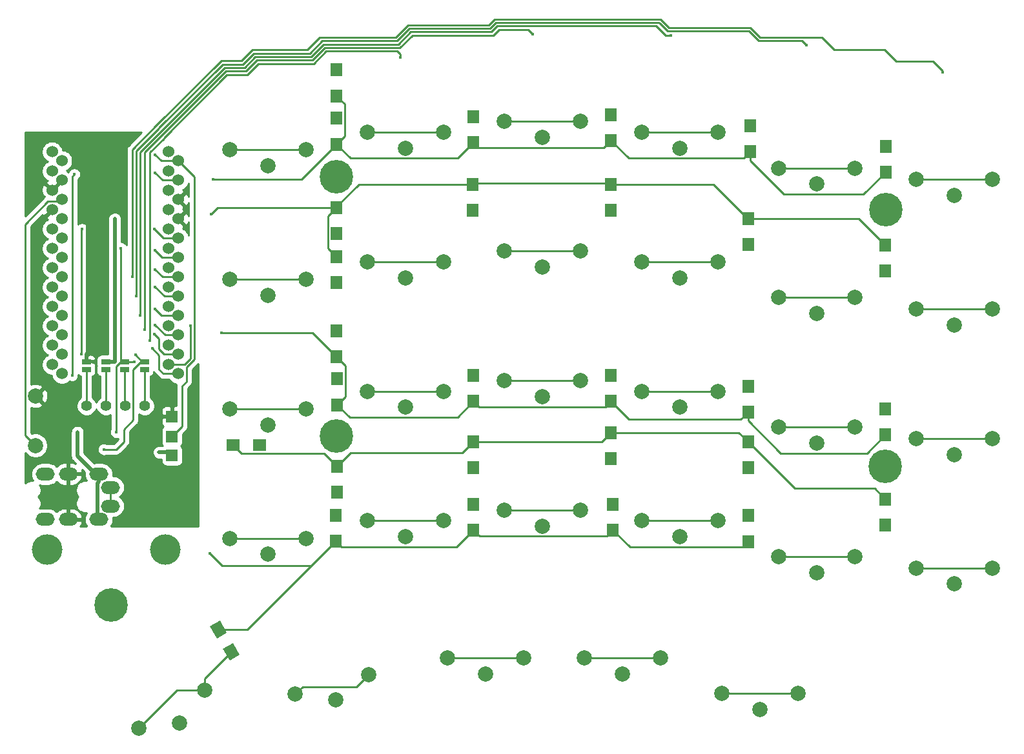
<source format=gbl>
G04 #@! TF.GenerationSoftware,KiCad,Pcbnew,5.1.9*
G04 #@! TF.CreationDate,2021-04-09T21:29:26-07:00*
G04 #@! TF.ProjectId,SofleKeyboard,536f666c-654b-4657-9962-6f6172642e6b,rev?*
G04 #@! TF.SameCoordinates,Original*
G04 #@! TF.FileFunction,Copper,L2,Bot*
G04 #@! TF.FilePolarity,Positive*
%FSLAX46Y46*%
G04 Gerber Fmt 4.6, Leading zero omitted, Abs format (unit mm)*
G04 Created by KiCad (PCBNEW 5.1.9) date 2021-04-09 21:29:26*
%MOMM*%
%LPD*%
G01*
G04 APERTURE LIST*
G04 #@! TA.AperFunction,ComponentPad*
%ADD10C,4.000000*%
G04 #@! TD*
G04 #@! TA.AperFunction,SMDPad,CuDef*
%ADD11R,1.143000X0.635000*%
G04 #@! TD*
G04 #@! TA.AperFunction,ComponentPad*
%ADD12C,1.524000*%
G04 #@! TD*
G04 #@! TA.AperFunction,ComponentPad*
%ADD13C,2.000000*%
G04 #@! TD*
G04 #@! TA.AperFunction,ComponentPad*
%ADD14C,1.397000*%
G04 #@! TD*
G04 #@! TA.AperFunction,ComponentPad*
%ADD15R,1.524000X1.524000*%
G04 #@! TD*
G04 #@! TA.AperFunction,ComponentPad*
%ADD16O,2.500000X1.700000*%
G04 #@! TD*
G04 #@! TA.AperFunction,ComponentPad*
%ADD17C,0.700000*%
G04 #@! TD*
G04 #@! TA.AperFunction,ComponentPad*
%ADD18C,4.400000*%
G04 #@! TD*
G04 #@! TA.AperFunction,ComponentPad*
%ADD19R,1.500000X1.800000*%
G04 #@! TD*
G04 #@! TA.AperFunction,ComponentPad*
%ADD20C,0.100000*%
G04 #@! TD*
G04 #@! TA.AperFunction,ComponentPad*
%ADD21R,1.800000X1.500000*%
G04 #@! TD*
G04 #@! TA.AperFunction,ViaPad*
%ADD22C,0.400000*%
G04 #@! TD*
G04 #@! TA.AperFunction,Conductor*
%ADD23C,0.250000*%
G04 #@! TD*
G04 #@! TA.AperFunction,Conductor*
%ADD24C,0.500000*%
G04 #@! TD*
G04 #@! TA.AperFunction,Conductor*
%ADD25C,0.254000*%
G04 #@! TD*
G04 #@! TA.AperFunction,Conductor*
%ADD26C,0.100000*%
G04 #@! TD*
G04 APERTURE END LIST*
D10*
X93756996Y-108698013D03*
X109256996Y-108698013D03*
D11*
X106556996Y-84998393D03*
X106556996Y-83997633D03*
D12*
X109676996Y-56428013D03*
X109676996Y-58968013D03*
X109676996Y-61508013D03*
X109676996Y-64048013D03*
X109676996Y-66588013D03*
X109676996Y-69128013D03*
X109676996Y-71668013D03*
X109676996Y-74208013D03*
X109676996Y-76748013D03*
X109676996Y-79288013D03*
X109676996Y-81828013D03*
X109676996Y-84368013D03*
X94436996Y-84368013D03*
X94436996Y-81828013D03*
X94436996Y-79288013D03*
X94436996Y-76748013D03*
X94436996Y-74208013D03*
X94436996Y-71668013D03*
X94436996Y-69128013D03*
X94436996Y-66588013D03*
X94436996Y-64048013D03*
X94436996Y-61508013D03*
X94436996Y-58968013D03*
X94436996Y-56428013D03*
X110975811Y-67783758D03*
X110975811Y-72863758D03*
X95735811Y-57623758D03*
X110975811Y-60163758D03*
X110975811Y-83023758D03*
X95735811Y-85563758D03*
X110975811Y-75403758D03*
X110975811Y-77943758D03*
X95735811Y-75403758D03*
X95735811Y-80483758D03*
X95735811Y-67783758D03*
X95735811Y-65243758D03*
X95735811Y-60163758D03*
X95735811Y-70323758D03*
X110975811Y-85563758D03*
X95735811Y-77943758D03*
X110975811Y-57623758D03*
X110975811Y-62703758D03*
X95735811Y-83023758D03*
X110975811Y-65243758D03*
X110975811Y-70323758D03*
X95735811Y-72863758D03*
X110975811Y-80483758D03*
X95735811Y-62703758D03*
D13*
X92256996Y-88500000D03*
X92256996Y-95000000D03*
D11*
X103956996Y-84998393D03*
X103956996Y-83997633D03*
D14*
X98956996Y-89798013D03*
X101496996Y-89798013D03*
X104036996Y-89798013D03*
X106576996Y-89798013D03*
D15*
X110156996Y-91198013D03*
X110156996Y-93798013D03*
X110156996Y-96298013D03*
D11*
X98956996Y-84998393D03*
X98956996Y-83997633D03*
X101456996Y-84998393D03*
X101456996Y-83997633D03*
D16*
X102056996Y-102948013D03*
X100556996Y-98748013D03*
X96556996Y-98748013D03*
X93556996Y-98748013D03*
X96556996Y-104698013D03*
X93556996Y-104698013D03*
X102056996Y-100498013D03*
X100556996Y-104698013D03*
D13*
X127747000Y-56178100D03*
X122747000Y-58278100D03*
X117747000Y-56178100D03*
D17*
X204823722Y-96581287D03*
X203656996Y-96098013D03*
X202490270Y-96581287D03*
X202006996Y-97748013D03*
X202490270Y-98914739D03*
X203656996Y-99398013D03*
X204823722Y-98914739D03*
X205306996Y-97748013D03*
D18*
X203656996Y-97748013D03*
D17*
X204913722Y-62858386D03*
X203746996Y-62375112D03*
X202580270Y-62858386D03*
X202096996Y-64025112D03*
X202580270Y-65191838D03*
X203746996Y-65675112D03*
X204913722Y-65191838D03*
X205396996Y-64025112D03*
D18*
X203746996Y-64025112D03*
D13*
X127747000Y-90178100D03*
X122747000Y-92278100D03*
X117747000Y-90178100D03*
X163747000Y-103478100D03*
X158747000Y-105578100D03*
X153747000Y-103478100D03*
X217747000Y-77078100D03*
X212747000Y-79178100D03*
X207747000Y-77078100D03*
X199747000Y-109578100D03*
X194747000Y-111678100D03*
X189747000Y-109578100D03*
X181747000Y-53878100D03*
X176747000Y-55978100D03*
X171747000Y-53878100D03*
X199747000Y-92578100D03*
X194747000Y-94678100D03*
X189747000Y-92578100D03*
D17*
X101040266Y-114785996D03*
X100556992Y-115952722D03*
X101040266Y-117119448D03*
X102206992Y-117602722D03*
X103373718Y-117119448D03*
X103856992Y-115952722D03*
X103373718Y-114785996D03*
X102206992Y-114302722D03*
D18*
X102206992Y-115952722D03*
D13*
X145747000Y-87878100D03*
X140747000Y-89978100D03*
X135747000Y-87878100D03*
X181747000Y-70878100D03*
X176747000Y-72978100D03*
X171747000Y-70878100D03*
X145747000Y-70878100D03*
X140747000Y-72978100D03*
X135747000Y-70878100D03*
X181747000Y-104878100D03*
X176747000Y-106978100D03*
X171747000Y-104878100D03*
X217747000Y-94078100D03*
X212747000Y-96178100D03*
X207747000Y-94078100D03*
X163747000Y-86478100D03*
X158747000Y-88578100D03*
X153747000Y-86478100D03*
X163747000Y-69478100D03*
X158747000Y-71578100D03*
X153747000Y-69478100D03*
X199747000Y-75578100D03*
X194747000Y-77678100D03*
X189747000Y-75578100D03*
X145747000Y-53878100D03*
X140747000Y-55978100D03*
X135747000Y-53878100D03*
X114437123Y-127138910D03*
X111156996Y-131457563D03*
X105776869Y-132138910D03*
X192247000Y-127578100D03*
X187247000Y-129678100D03*
X182247000Y-127578100D03*
X217747000Y-60078100D03*
X212747000Y-62178100D03*
X207747000Y-60078100D03*
X217747000Y-111078100D03*
X212747000Y-113178100D03*
X207747000Y-111078100D03*
X181747000Y-87878100D03*
X176747000Y-89978100D03*
X171747000Y-87878100D03*
X145747000Y-104878100D03*
X140747000Y-106978100D03*
X135747000Y-104878100D03*
D17*
X132913722Y-92558387D03*
X131746996Y-92075113D03*
X130580270Y-92558387D03*
X130096996Y-93725113D03*
X130580270Y-94891839D03*
X131746996Y-95375113D03*
X132913722Y-94891839D03*
X133396996Y-93725113D03*
D18*
X131746996Y-93725113D03*
D13*
X127747000Y-107178100D03*
X122747000Y-109278100D03*
X117747000Y-107178100D03*
X199747000Y-58578100D03*
X194747000Y-60678100D03*
X189747000Y-58578100D03*
X135940142Y-125074423D03*
X131654032Y-128396962D03*
X126280883Y-127662613D03*
X156247000Y-122878100D03*
X151247000Y-124978100D03*
X146247000Y-122878100D03*
X174247000Y-122878100D03*
X169247000Y-124978100D03*
X164247000Y-122878100D03*
X127747000Y-73178100D03*
X122747000Y-75278100D03*
X117747000Y-73178100D03*
X163747000Y-52478100D03*
X158747000Y-54578100D03*
X153747000Y-52478100D03*
D17*
X132913722Y-58558387D03*
X131746996Y-58075113D03*
X130580270Y-58558387D03*
X130096996Y-59725113D03*
X130580270Y-60891839D03*
X131746996Y-61375113D03*
X132913722Y-60891839D03*
X133396996Y-59725113D03*
D18*
X131746996Y-59725113D03*
D19*
X167956992Y-102702722D03*
X167956992Y-106102722D03*
X149706992Y-102702722D03*
X149706992Y-106102722D03*
X131606992Y-104152722D03*
X131606992Y-107552722D03*
G04 #@! TA.AperFunction,ComponentPad*
D20*
G36*
X116857477Y-121688076D02*
G01*
X118156515Y-120938076D01*
X119056515Y-122496922D01*
X117757477Y-123246922D01*
X116857477Y-121688076D01*
G37*
G04 #@! TD.AperFunction*
G04 #@! TA.AperFunction,ComponentPad*
G36*
X115157477Y-118743590D02*
G01*
X116456515Y-117993590D01*
X117356515Y-119552436D01*
X116057477Y-120302436D01*
X115157477Y-118743590D01*
G37*
G04 #@! TD.AperFunction*
D19*
X203706992Y-105452722D03*
X203706992Y-102052722D03*
X185706992Y-97902722D03*
X185706992Y-94502722D03*
X167706992Y-96702722D03*
X167706992Y-93302722D03*
X149706992Y-97902722D03*
X149706992Y-94502722D03*
X131806992Y-101152722D03*
X131806992Y-97752722D03*
D21*
X121606992Y-94952722D03*
X118206992Y-94952722D03*
D19*
X203706992Y-90202722D03*
X203706992Y-93602722D03*
X185706992Y-87202722D03*
X185706992Y-90602722D03*
X167706992Y-85802722D03*
X167706992Y-89202722D03*
X149706992Y-85802722D03*
X149706992Y-89202722D03*
X131706992Y-79952722D03*
X131706992Y-83352722D03*
X131806992Y-86252722D03*
X131806992Y-89652722D03*
X203706992Y-72102722D03*
X203706992Y-68702722D03*
X185706992Y-68602722D03*
X185706992Y-65202722D03*
X167706992Y-64102722D03*
X167706992Y-60702722D03*
X149600000Y-64102722D03*
X149600000Y-60702722D03*
X131706992Y-73602722D03*
X131706992Y-70202722D03*
X131706992Y-67202722D03*
X131706992Y-63802722D03*
X203731992Y-55702722D03*
X203731992Y-59102722D03*
X185956992Y-53052722D03*
X185956992Y-56452722D03*
X167706992Y-51552722D03*
X167706992Y-54952722D03*
X149706992Y-51802722D03*
X149706992Y-55202722D03*
X131706992Y-52052722D03*
X131706992Y-55452722D03*
X131706992Y-45702722D03*
X131706992Y-49102722D03*
X185706992Y-104202722D03*
X185706992Y-107602722D03*
D22*
X107584829Y-82270182D03*
X115106992Y-109152722D03*
X107956996Y-74198013D03*
X115506992Y-60052722D03*
X107956996Y-77098013D03*
X115306992Y-64652722D03*
X107956996Y-79198013D03*
X116656992Y-80202722D03*
X107856996Y-80398013D03*
X102656996Y-65243758D03*
X102657004Y-83998013D03*
X108456996Y-95898013D03*
X97756268Y-93259978D03*
X98956996Y-82998013D03*
X99156996Y-60163758D03*
X99156996Y-63998013D03*
X108956996Y-89898013D03*
X104931996Y-72863758D03*
X211186992Y-46042722D03*
X105431996Y-75403758D03*
X193356992Y-42422722D03*
X105956996Y-77943758D03*
X175556992Y-41137732D03*
X106556996Y-79773013D03*
X157456992Y-41002722D03*
X107256996Y-81198013D03*
X140106992Y-44052722D03*
X107856996Y-66598013D03*
X98306996Y-83003860D03*
X98356996Y-66588013D03*
X105356996Y-83098013D03*
X101208768Y-95509978D03*
X107957002Y-56798013D03*
X107957014Y-69398013D03*
X103456996Y-69098013D03*
X105256996Y-83998013D03*
X102836268Y-93259978D03*
X107956988Y-71898013D03*
X97356996Y-59398013D03*
X107956996Y-59198013D03*
X97056996Y-85798013D03*
X112556996Y-79298013D03*
D23*
X117747000Y-56178100D02*
X127747000Y-56178100D01*
X108456996Y-83142349D02*
X107584829Y-82270182D01*
X108456996Y-84998013D02*
X108456996Y-83142349D01*
X111026996Y-85568013D02*
X109026996Y-85568013D01*
X109026996Y-85568013D02*
X108456996Y-84998013D01*
X116256996Y-119148013D02*
X120011701Y-119148013D01*
X147506613Y-108303101D02*
X149706992Y-106102722D01*
X132357371Y-108303101D02*
X147506613Y-108303101D01*
X131606992Y-107552722D02*
X132357371Y-108303101D01*
X167156613Y-106903101D02*
X167956992Y-106102722D01*
X150507371Y-106903101D02*
X167156613Y-106903101D01*
X149706992Y-106102722D02*
X150507371Y-106903101D01*
X167956992Y-106102722D02*
X170206992Y-108352722D01*
X184956992Y-108352722D02*
X185706992Y-107602722D01*
X170206992Y-108352722D02*
X184956992Y-108352722D01*
X116706992Y-110752722D02*
X115106992Y-109152722D01*
X128406992Y-110752722D02*
X116706992Y-110752722D01*
X120011701Y-119148013D02*
X128406992Y-110752722D01*
X128406992Y-110752722D02*
X131606992Y-107552722D01*
X135747000Y-53878100D02*
X145747000Y-53878100D01*
X153747000Y-52478100D02*
X163747000Y-52478100D01*
X111026996Y-75408013D02*
X109166996Y-75408013D01*
X109166996Y-75408013D02*
X107956996Y-74198013D01*
X190357371Y-62003101D02*
X185956992Y-57602722D01*
X185956992Y-57602722D02*
X185956992Y-56452722D01*
X200831613Y-62003101D02*
X190357371Y-62003101D01*
X203731992Y-59102722D02*
X200831613Y-62003101D01*
X170057371Y-57303101D02*
X167706992Y-54952722D01*
X185106613Y-57303101D02*
X170057371Y-57303101D01*
X185956992Y-56452722D02*
X185106613Y-57303101D01*
X150407371Y-55903101D02*
X149706992Y-55202722D01*
X166756613Y-55903101D02*
X150407371Y-55903101D01*
X167706992Y-54952722D02*
X166756613Y-55903101D01*
X133557371Y-57303101D02*
X131706992Y-55452722D01*
X147606613Y-57303101D02*
X133557371Y-57303101D01*
X149706992Y-55202722D02*
X147606613Y-57303101D01*
X132781993Y-54377721D02*
X131706992Y-55452722D01*
X132781993Y-50177723D02*
X132781993Y-54377721D01*
X131706992Y-49102722D02*
X132781993Y-50177723D01*
X127106992Y-60052722D02*
X115506992Y-60052722D01*
X131706992Y-55452722D02*
X127106992Y-60052722D01*
X171747000Y-53878100D02*
X181747000Y-53878100D01*
X108806996Y-77948013D02*
X107956996Y-77098013D01*
X111026996Y-77948013D02*
X108806996Y-77948013D01*
X130631991Y-64877723D02*
X131706992Y-63802722D01*
X130631991Y-69127721D02*
X130631991Y-64877723D01*
X131706992Y-70202722D02*
X130631991Y-69127721D01*
X134656992Y-60702722D02*
X149600000Y-60702722D01*
X131706992Y-63652722D02*
X134656992Y-60702722D01*
X131706992Y-63802722D02*
X131706992Y-63652722D01*
X167557369Y-60553099D02*
X167706992Y-60702722D01*
X149749623Y-60553099D02*
X167557369Y-60553099D01*
X149600000Y-60702722D02*
X149749623Y-60553099D01*
X185660624Y-65202722D02*
X185706992Y-65202722D01*
X181160624Y-60702722D02*
X185660624Y-65202722D01*
X167706992Y-60702722D02*
X181160624Y-60702722D01*
X200206992Y-65202722D02*
X203706992Y-68702722D01*
X185706992Y-65202722D02*
X200206992Y-65202722D01*
X116156992Y-63802722D02*
X115306992Y-64652722D01*
X131706992Y-63802722D02*
X116156992Y-63802722D01*
X189747000Y-58578100D02*
X199747000Y-58578100D01*
X110975811Y-80483758D02*
X109242741Y-80483758D01*
X109242741Y-80483758D02*
X107956996Y-79198013D01*
X147606613Y-91303101D02*
X149706992Y-89202722D01*
X133457371Y-91303101D02*
X147606613Y-91303101D01*
X131806992Y-89652722D02*
X133457371Y-91303101D01*
X167006613Y-89903101D02*
X167706992Y-89202722D01*
X150407371Y-89903101D02*
X167006613Y-89903101D01*
X149706992Y-89202722D02*
X150407371Y-89903101D01*
X167706992Y-89202722D02*
X170056992Y-91552722D01*
X184756992Y-91552722D02*
X185706992Y-90602722D01*
X170056992Y-91552722D02*
X184756992Y-91552722D01*
X201306613Y-96003101D02*
X203706992Y-93602722D01*
X189957371Y-96003101D02*
X201306613Y-96003101D01*
X185706992Y-91752722D02*
X189957371Y-96003101D01*
X185706992Y-90602722D02*
X185706992Y-91752722D01*
X132881993Y-88577721D02*
X131806992Y-89652722D01*
X132881993Y-84527723D02*
X132881993Y-88577721D01*
X131706992Y-83352722D02*
X132881993Y-84527723D01*
X128556992Y-80202722D02*
X116656992Y-80202722D01*
X131706992Y-83352722D02*
X128556992Y-80202722D01*
X207747000Y-60078100D02*
X217747000Y-60078100D01*
X108456996Y-82340506D02*
X108456996Y-80998013D01*
X108456996Y-80998013D02*
X107856996Y-80398013D01*
X111026996Y-83028013D02*
X109144503Y-83028013D01*
X109144503Y-83028013D02*
X108456996Y-82340506D01*
X130081993Y-96027723D02*
X131806992Y-97752722D01*
X119281993Y-96027723D02*
X130081993Y-96027723D01*
X118206992Y-94952722D02*
X119281993Y-96027723D01*
X148256615Y-95953099D02*
X149706992Y-94502722D01*
X133606615Y-95953099D02*
X148256615Y-95953099D01*
X131806992Y-97752722D02*
X133606615Y-95953099D01*
X166506992Y-94502722D02*
X167706992Y-93302722D01*
X149706992Y-94502722D02*
X166506992Y-94502722D01*
X184506992Y-93302722D02*
X185706992Y-94502722D01*
X167706992Y-93302722D02*
X184506992Y-93302722D01*
X202307369Y-100653099D02*
X203706992Y-102052722D01*
X191857369Y-100653099D02*
X202307369Y-100653099D01*
X185706992Y-94502722D02*
X191857369Y-100653099D01*
X117747000Y-73178100D02*
X127747000Y-73178100D01*
X135747000Y-70878100D02*
X145747000Y-70878100D01*
X153747000Y-69478100D02*
X163747000Y-69478100D01*
X171747000Y-70878100D02*
X181747000Y-70878100D01*
X189747000Y-75578100D02*
X199747000Y-75578100D01*
X207747000Y-77078100D02*
X217747000Y-77078100D01*
X117747000Y-90178100D02*
X127747000Y-90178100D01*
X135747000Y-87878100D02*
X145747000Y-87878100D01*
X153747000Y-86478100D02*
X163747000Y-86478100D01*
X171747000Y-87878100D02*
X181747000Y-87878100D01*
X189747000Y-92578100D02*
X199747000Y-92578100D01*
X207747000Y-94078100D02*
X217747000Y-94078100D01*
X117747000Y-107178100D02*
X127747000Y-107178100D01*
X135747000Y-104878100D02*
X145747000Y-104878100D01*
X153747000Y-103478100D02*
X163747000Y-103478100D01*
X171747000Y-104878100D02*
X181747000Y-104878100D01*
X189747000Y-109578100D02*
X199747000Y-109578100D01*
X207747000Y-111078100D02*
X217747000Y-111078100D01*
X110776869Y-127138910D02*
X114437123Y-127138910D01*
X105776869Y-132138910D02*
X110776869Y-127138910D01*
X114437123Y-125612372D02*
X117956996Y-122092499D01*
X114437123Y-127138910D02*
X114437123Y-125612372D01*
X134351951Y-126662614D02*
X135940142Y-125074423D01*
X127280882Y-126662614D02*
X134351951Y-126662614D01*
X126280883Y-127662613D02*
X127280882Y-126662614D01*
X146247000Y-122878100D02*
X156247000Y-122878100D01*
D24*
X102657004Y-83998013D02*
X102657004Y-65243766D01*
X102656624Y-83997633D02*
X102657004Y-83998013D01*
X100356986Y-104498003D02*
X100556996Y-104698013D01*
X100156996Y-98748013D02*
X100556996Y-98748013D01*
X100556996Y-98748013D02*
X100556996Y-99759522D01*
X100356986Y-99959532D02*
X100356986Y-104498003D01*
X97756268Y-96347285D02*
X100156996Y-98748013D01*
X100556996Y-99759522D02*
X100356986Y-99959532D01*
X108456996Y-95898013D02*
X109756996Y-95898013D01*
X101456996Y-83997633D02*
X102656624Y-83997633D01*
X102657004Y-65243766D02*
X102656996Y-65243758D01*
X97756268Y-93259978D02*
X97756268Y-96347285D01*
X109756996Y-95898013D02*
X110156996Y-96298013D01*
X96556996Y-104698013D02*
X95795487Y-104698013D01*
X98956996Y-83997633D02*
X98956996Y-82998013D01*
X98956996Y-82998013D02*
X99156996Y-82798013D01*
X99156996Y-82798013D02*
X99156996Y-63998013D01*
X99156996Y-63998013D02*
X99156996Y-60163758D01*
X109856996Y-91498013D02*
X110156996Y-91198013D01*
X96556996Y-98748013D02*
X96556996Y-92800000D01*
X96556996Y-92800000D02*
X92256996Y-88500000D01*
X96556996Y-98748013D02*
X96556996Y-104698013D01*
D23*
X108220630Y-52897969D02*
X104931996Y-56186603D01*
X104931996Y-56186603D02*
X104931996Y-72863758D01*
X108220630Y-52897969D02*
X108220630Y-52889084D01*
X108220630Y-52889084D02*
X116606992Y-44502722D01*
X116606992Y-44502722D02*
X119286992Y-44502722D01*
X119286992Y-44502722D02*
X120716992Y-43072722D01*
X120716992Y-43072722D02*
X127916992Y-43072722D01*
X127916992Y-43072722D02*
X129546992Y-41442722D01*
X129546992Y-41442722D02*
X139466992Y-41442722D01*
X139466992Y-41442722D02*
X141116992Y-39792722D01*
X141116992Y-39792722D02*
X151696992Y-39792722D01*
X151696992Y-39792722D02*
X152466992Y-39022722D01*
X152466992Y-39022722D02*
X174196992Y-39022722D01*
X174196992Y-39022722D02*
X175336992Y-40162722D01*
X175336992Y-40162722D02*
X185996992Y-40162722D01*
X185996992Y-40162722D02*
X187236992Y-41402722D01*
X187236992Y-41402722D02*
X195386992Y-41402722D01*
X195386992Y-41402722D02*
X196996992Y-43012722D01*
X196996992Y-43012722D02*
X203566992Y-43012722D01*
X203566992Y-43012722D02*
X205136992Y-44582722D01*
X205136992Y-44582722D02*
X209926992Y-44582722D01*
X211186992Y-45842722D02*
X211186992Y-46042722D01*
X209926992Y-44582722D02*
X211186992Y-45842722D01*
X105456996Y-75378758D02*
X105431996Y-75403758D01*
X108470619Y-53347980D02*
X105456996Y-56361603D01*
X116696992Y-45058017D02*
X108470619Y-53284390D01*
X116696992Y-45049132D02*
X116696992Y-45058017D01*
X119473393Y-44952731D02*
X116793392Y-44952732D01*
X120903392Y-43522732D02*
X119473393Y-44952731D01*
X129836982Y-41892732D02*
X128206982Y-43522732D01*
X139653393Y-41892731D02*
X129836982Y-41892732D01*
X193356992Y-42422722D02*
X192787002Y-41852732D01*
X192787002Y-41852732D02*
X187050592Y-41852732D01*
X108470619Y-53284390D02*
X108470619Y-53347980D01*
X187050592Y-41852732D02*
X185810592Y-40612732D01*
X128206982Y-43522732D02*
X120903392Y-43522732D01*
X185810592Y-40612732D02*
X175150592Y-40612732D01*
X175150592Y-40612732D02*
X174110582Y-39572722D01*
X116793392Y-44952732D02*
X116696992Y-45049132D01*
X151883393Y-40242731D02*
X141303392Y-40242732D01*
X173837002Y-39472732D02*
X152653392Y-39472732D01*
X174096992Y-39572722D02*
X174006992Y-39482722D01*
X105456996Y-56361603D02*
X105456996Y-75378758D01*
X174110582Y-39572722D02*
X174096992Y-39572722D01*
X174006992Y-39482722D02*
X173846992Y-39482722D01*
X173846992Y-39482722D02*
X173837002Y-39472732D01*
X141303392Y-40242732D02*
X139653393Y-41892731D01*
X152653392Y-39472732D02*
X151883393Y-40242731D01*
X105959969Y-77940785D02*
X105956996Y-77943758D01*
X108920628Y-53534381D02*
X105959969Y-56495040D01*
X105959969Y-56495040D02*
X105959969Y-77940785D01*
X108920628Y-53534381D02*
X108920628Y-53529086D01*
X108920628Y-53529086D02*
X117046974Y-45402740D01*
X117046974Y-45402740D02*
X119659794Y-45402740D01*
X121089792Y-43972742D02*
X128393383Y-43972741D01*
X119659794Y-45402740D02*
X121089792Y-43972742D01*
X128393383Y-43972741D02*
X130023384Y-42342740D01*
X130023384Y-42342740D02*
X139839794Y-42342740D01*
X139839794Y-42342740D02*
X141489794Y-40692740D01*
X141489794Y-40692740D02*
X152069794Y-40692740D01*
X152069794Y-40692740D02*
X152839792Y-39922742D01*
X152839792Y-39922742D02*
X173650602Y-39922742D01*
X174865592Y-41137732D02*
X175556992Y-41137732D01*
X173650602Y-39922742D02*
X174865592Y-41137732D01*
X111895197Y-51198400D02*
X106556996Y-56536601D01*
X106556996Y-56536601D02*
X106556996Y-79773013D01*
X111895197Y-51198400D02*
X111895197Y-51190927D01*
X117233374Y-45852750D02*
X119846195Y-45852749D01*
X111895197Y-51190927D02*
X117233374Y-45852750D01*
X119846195Y-45852749D02*
X121276194Y-44422750D01*
X121276194Y-44422750D02*
X128579784Y-44422750D01*
X130209784Y-42792750D02*
X140026195Y-42792749D01*
X128579784Y-44422750D02*
X130209784Y-42792750D01*
X140026195Y-42792749D02*
X141676194Y-41142750D01*
X141676194Y-41142750D02*
X152256195Y-41142749D01*
X152256195Y-41142749D02*
X153026192Y-40372752D01*
X156827022Y-40372752D02*
X157456992Y-41002722D01*
X153026192Y-40372752D02*
X156827022Y-40372752D01*
X107256996Y-56523015D02*
X107256996Y-81198013D01*
X109081999Y-54698012D02*
X107256996Y-56523015D01*
X117356992Y-46373015D02*
X117356992Y-46365542D01*
X109081999Y-54648008D02*
X117356992Y-46373015D01*
X109081999Y-54698012D02*
X109081999Y-54648008D01*
X117419776Y-46302758D02*
X120032596Y-46302758D01*
X117356992Y-46365542D02*
X117419776Y-46302758D01*
X120032596Y-46302758D02*
X121462594Y-44872760D01*
X128766185Y-44872759D02*
X130396186Y-43242758D01*
X121462594Y-44872760D02*
X128766185Y-44872759D01*
X130396186Y-43242758D02*
X139697028Y-43242758D01*
X140106992Y-43652722D02*
X140106992Y-44052722D01*
X139697028Y-43242758D02*
X140106992Y-43652722D01*
X98306996Y-66638013D02*
X98356996Y-66588013D01*
X98306996Y-83003860D02*
X98306996Y-66638013D01*
X106556996Y-83997633D02*
X106256616Y-83997633D01*
X106256616Y-83997633D02*
X105356996Y-83098013D01*
X107856996Y-66598013D02*
X109042741Y-67783758D01*
X109042741Y-67783758D02*
X110975811Y-67783758D01*
X105060497Y-85020890D02*
X105060497Y-91679730D01*
X102836268Y-95509978D02*
X101208768Y-95509978D01*
X106083754Y-83997633D02*
X105060497Y-85020890D01*
X103859769Y-94486477D02*
X102836268Y-95509978D01*
X106556996Y-83997633D02*
X106083754Y-83997633D01*
X103859769Y-92880458D02*
X103859769Y-94486477D01*
X105060497Y-91679730D02*
X103859769Y-92880458D01*
X108782747Y-57623758D02*
X107957002Y-56798013D01*
X110975811Y-57623758D02*
X108782747Y-57623758D01*
X113081997Y-83709422D02*
X113081997Y-59729944D01*
X112062812Y-84728607D02*
X113081997Y-83709422D01*
X113081997Y-59729944D02*
X110975811Y-57623758D01*
X111456996Y-87198013D02*
X112062812Y-86592197D01*
X112062812Y-86592197D02*
X112062812Y-84728607D01*
X111456996Y-92498013D02*
X111456996Y-91552718D01*
X110156996Y-93798013D02*
X111456996Y-92498013D01*
X111456996Y-91552718D02*
X111456996Y-87198013D01*
X111456996Y-92310013D02*
X111456996Y-91552718D01*
X103856996Y-83897633D02*
X103956996Y-83997633D01*
X103957376Y-83998013D02*
X103956996Y-83997633D01*
X103456996Y-83997633D02*
X103456996Y-69128013D01*
X105256996Y-83998013D02*
X103957376Y-83998013D01*
X108882759Y-70323758D02*
X107957014Y-69398013D01*
X103470190Y-83998013D02*
X105256996Y-83998013D01*
X110975811Y-70323758D02*
X108882759Y-70323758D01*
X102836268Y-93259978D02*
X102836268Y-84631935D01*
X102836268Y-84631935D02*
X103470190Y-83998013D01*
X95735811Y-62703758D02*
X95478557Y-62961012D01*
X95478557Y-62961012D02*
X93915235Y-62961012D01*
X93915235Y-62961012D02*
X90931995Y-65944252D01*
X90931995Y-93674999D02*
X92256996Y-95000000D01*
X90931995Y-65944252D02*
X90931995Y-93674999D01*
X164247000Y-122878100D02*
X174247000Y-122878100D01*
X110975811Y-72863758D02*
X108922733Y-72863758D01*
X108922733Y-72863758D02*
X107956988Y-71898013D01*
X108922741Y-60163758D02*
X107956996Y-59198013D01*
X110975811Y-60163758D02*
X108922741Y-60163758D01*
X97056996Y-59698013D02*
X97056996Y-85798013D01*
X97356996Y-59398013D02*
X97056996Y-59698013D01*
X98956996Y-84998393D02*
X98956996Y-89798013D01*
X101456996Y-84998393D02*
X101456996Y-89758013D01*
X101456996Y-89758013D02*
X101496996Y-89798013D01*
X103956996Y-84998393D02*
X103956996Y-89718013D01*
X103956996Y-89718013D02*
X104036996Y-89798013D01*
X106556996Y-89778013D02*
X106576996Y-89798013D01*
X106556996Y-84998393D02*
X106556996Y-89778013D01*
X182247000Y-127578100D02*
X192247000Y-127578100D01*
X109676996Y-84368013D02*
X111786996Y-84368013D01*
X112556996Y-83598013D02*
X112556996Y-79298013D01*
X111786996Y-84368013D02*
X112556996Y-83598013D01*
X102456996Y-100498013D02*
X102056996Y-100498013D01*
X102056996Y-102948013D02*
X102056996Y-100498013D01*
D25*
X94630744Y-64033871D02*
X94616601Y-64048013D01*
X94630744Y-64062156D01*
X94451139Y-64241761D01*
X94436996Y-64227618D01*
X93651036Y-65013578D01*
X93718016Y-65253669D01*
X93853756Y-65317498D01*
X93775269Y-65350008D01*
X93546461Y-65502893D01*
X93351876Y-65697478D01*
X93198991Y-65926286D01*
X93093682Y-66180523D01*
X93039996Y-66450421D01*
X93039996Y-66725605D01*
X93093682Y-66995503D01*
X93198991Y-67249740D01*
X93351876Y-67478548D01*
X93546461Y-67673133D01*
X93775269Y-67826018D01*
X93852511Y-67858013D01*
X93775269Y-67890008D01*
X93546461Y-68042893D01*
X93351876Y-68237478D01*
X93198991Y-68466286D01*
X93093682Y-68720523D01*
X93039996Y-68990421D01*
X93039996Y-69265605D01*
X93093682Y-69535503D01*
X93198991Y-69789740D01*
X93351876Y-70018548D01*
X93546461Y-70213133D01*
X93775269Y-70366018D01*
X93852511Y-70398013D01*
X93775269Y-70430008D01*
X93546461Y-70582893D01*
X93351876Y-70777478D01*
X93198991Y-71006286D01*
X93093682Y-71260523D01*
X93039996Y-71530421D01*
X93039996Y-71805605D01*
X93093682Y-72075503D01*
X93198991Y-72329740D01*
X93351876Y-72558548D01*
X93546461Y-72753133D01*
X93775269Y-72906018D01*
X93852511Y-72938013D01*
X93775269Y-72970008D01*
X93546461Y-73122893D01*
X93351876Y-73317478D01*
X93198991Y-73546286D01*
X93093682Y-73800523D01*
X93039996Y-74070421D01*
X93039996Y-74345605D01*
X93093682Y-74615503D01*
X93198991Y-74869740D01*
X93351876Y-75098548D01*
X93546461Y-75293133D01*
X93775269Y-75446018D01*
X93852511Y-75478013D01*
X93775269Y-75510008D01*
X93546461Y-75662893D01*
X93351876Y-75857478D01*
X93198991Y-76086286D01*
X93093682Y-76340523D01*
X93039996Y-76610421D01*
X93039996Y-76885605D01*
X93093682Y-77155503D01*
X93198991Y-77409740D01*
X93351876Y-77638548D01*
X93546461Y-77833133D01*
X93775269Y-77986018D01*
X93852511Y-78018013D01*
X93775269Y-78050008D01*
X93546461Y-78202893D01*
X93351876Y-78397478D01*
X93198991Y-78626286D01*
X93093682Y-78880523D01*
X93039996Y-79150421D01*
X93039996Y-79425605D01*
X93093682Y-79695503D01*
X93198991Y-79949740D01*
X93351876Y-80178548D01*
X93546461Y-80373133D01*
X93775269Y-80526018D01*
X93852511Y-80558013D01*
X93775269Y-80590008D01*
X93546461Y-80742893D01*
X93351876Y-80937478D01*
X93198991Y-81166286D01*
X93093682Y-81420523D01*
X93039996Y-81690421D01*
X93039996Y-81965605D01*
X93093682Y-82235503D01*
X93198991Y-82489740D01*
X93351876Y-82718548D01*
X93546461Y-82913133D01*
X93775269Y-83066018D01*
X93852511Y-83098013D01*
X93775269Y-83130008D01*
X93546461Y-83282893D01*
X93351876Y-83477478D01*
X93198991Y-83706286D01*
X93093682Y-83960523D01*
X93039996Y-84230421D01*
X93039996Y-84505605D01*
X93093682Y-84775503D01*
X93198991Y-85029740D01*
X93351876Y-85258548D01*
X93546461Y-85453133D01*
X93775269Y-85606018D01*
X94029506Y-85711327D01*
X94299404Y-85765013D01*
X94351474Y-85765013D01*
X94392497Y-85971248D01*
X94497806Y-86225485D01*
X94650691Y-86454293D01*
X94845276Y-86648878D01*
X95074084Y-86801763D01*
X95328321Y-86907072D01*
X95598219Y-86960758D01*
X95873403Y-86960758D01*
X96143301Y-86907072D01*
X96397538Y-86801763D01*
X96626346Y-86648878D01*
X96715052Y-86560172D01*
X96813436Y-86600924D01*
X96974756Y-86633013D01*
X97139236Y-86633013D01*
X97300556Y-86600924D01*
X97452517Y-86537980D01*
X97589277Y-86446600D01*
X97705583Y-86330294D01*
X97796963Y-86193534D01*
X97859907Y-86041573D01*
X97891996Y-85880253D01*
X97891996Y-85715773D01*
X97891929Y-85715435D01*
X97934311Y-85767078D01*
X98031002Y-85846430D01*
X98141316Y-85905395D01*
X98196996Y-85922285D01*
X98196997Y-88702042D01*
X98106939Y-88762216D01*
X97921199Y-88947956D01*
X97775264Y-89166364D01*
X97674742Y-89409045D01*
X97623496Y-89666675D01*
X97623496Y-89929351D01*
X97674742Y-90186981D01*
X97775264Y-90429662D01*
X97921199Y-90648070D01*
X98106939Y-90833810D01*
X98325347Y-90979745D01*
X98568028Y-91080267D01*
X98825658Y-91131513D01*
X99088334Y-91131513D01*
X99345964Y-91080267D01*
X99588645Y-90979745D01*
X99807053Y-90833810D01*
X99992793Y-90648070D01*
X100138728Y-90429662D01*
X100226996Y-90216565D01*
X100315264Y-90429662D01*
X100461199Y-90648070D01*
X100646939Y-90833810D01*
X100865347Y-90979745D01*
X101108028Y-91080267D01*
X101365658Y-91131513D01*
X101628334Y-91131513D01*
X101885964Y-91080267D01*
X102076268Y-91001440D01*
X102076268Y-92912821D01*
X102033357Y-93016418D01*
X102001268Y-93177738D01*
X102001268Y-93342218D01*
X102033357Y-93503538D01*
X102096301Y-93655499D01*
X102187681Y-93792259D01*
X102303987Y-93908565D01*
X102440747Y-93999945D01*
X102592708Y-94062889D01*
X102754028Y-94094978D01*
X102918508Y-94094978D01*
X103079828Y-94062889D01*
X103099770Y-94054629D01*
X103099770Y-94171674D01*
X102521467Y-94749978D01*
X101555925Y-94749978D01*
X101452328Y-94707067D01*
X101291008Y-94674978D01*
X101126528Y-94674978D01*
X100965208Y-94707067D01*
X100813247Y-94770011D01*
X100676487Y-94861391D01*
X100560181Y-94977697D01*
X100468801Y-95114457D01*
X100405857Y-95266418D01*
X100373768Y-95427738D01*
X100373768Y-95592218D01*
X100405857Y-95753538D01*
X100468801Y-95905499D01*
X100560181Y-96042259D01*
X100676487Y-96158565D01*
X100813247Y-96249945D01*
X100965208Y-96312889D01*
X101126528Y-96344978D01*
X101291008Y-96344978D01*
X101452328Y-96312889D01*
X101555925Y-96269978D01*
X102798946Y-96269978D01*
X102836268Y-96273654D01*
X102873590Y-96269978D01*
X102873601Y-96269978D01*
X102985254Y-96258981D01*
X103128515Y-96215524D01*
X103260544Y-96144952D01*
X103376269Y-96049979D01*
X103400072Y-96020976D01*
X104370772Y-95050276D01*
X104399770Y-95026478D01*
X104446139Y-94969977D01*
X104494743Y-94910754D01*
X104565315Y-94778724D01*
X104586843Y-94707753D01*
X104608772Y-94635463D01*
X104619769Y-94523810D01*
X104619769Y-94523800D01*
X104623445Y-94486477D01*
X104619769Y-94449155D01*
X104619769Y-93195259D01*
X105571500Y-92243529D01*
X105600498Y-92219731D01*
X105695471Y-92104006D01*
X105766043Y-91971977D01*
X105809500Y-91828716D01*
X105820497Y-91717063D01*
X105820497Y-91717053D01*
X105824173Y-91679730D01*
X105820497Y-91642407D01*
X105820497Y-90896323D01*
X105945347Y-90979745D01*
X106188028Y-91080267D01*
X106445658Y-91131513D01*
X106708334Y-91131513D01*
X106965964Y-91080267D01*
X107208645Y-90979745D01*
X107427053Y-90833810D01*
X107612793Y-90648070D01*
X107754484Y-90436013D01*
X108756924Y-90436013D01*
X108759996Y-90912263D01*
X108918746Y-91071013D01*
X110029996Y-91071013D01*
X110029996Y-89959763D01*
X109871246Y-89801013D01*
X109394996Y-89797941D01*
X109270514Y-89810201D01*
X109150816Y-89846511D01*
X109040502Y-89905476D01*
X108943811Y-89984828D01*
X108864459Y-90081519D01*
X108805494Y-90191833D01*
X108769184Y-90311531D01*
X108756924Y-90436013D01*
X107754484Y-90436013D01*
X107758728Y-90429662D01*
X107859250Y-90186981D01*
X107910496Y-89929351D01*
X107910496Y-89666675D01*
X107859250Y-89409045D01*
X107758728Y-89166364D01*
X107612793Y-88947956D01*
X107427053Y-88762216D01*
X107316996Y-88688679D01*
X107316996Y-85922285D01*
X107372676Y-85905395D01*
X107482990Y-85846430D01*
X107579681Y-85767078D01*
X107659033Y-85670387D01*
X107717998Y-85560073D01*
X107754308Y-85440375D01*
X107766348Y-85318130D01*
X107822022Y-85422289D01*
X107861867Y-85470839D01*
X107916995Y-85538014D01*
X107945998Y-85561816D01*
X108463196Y-86079015D01*
X108486995Y-86108014D01*
X108602720Y-86202987D01*
X108734749Y-86273559D01*
X108878010Y-86317016D01*
X108989663Y-86328013D01*
X108989671Y-86328013D01*
X109026996Y-86331689D01*
X109064321Y-86328013D01*
X109806313Y-86328013D01*
X109890691Y-86454293D01*
X110085276Y-86648878D01*
X110314084Y-86801763D01*
X110568321Y-86907072D01*
X110740656Y-86941352D01*
X110707994Y-87049028D01*
X110693320Y-87198013D01*
X110696997Y-87235345D01*
X110696996Y-89799373D01*
X110442746Y-89801013D01*
X110283996Y-89959763D01*
X110283996Y-91071013D01*
X110303996Y-91071013D01*
X110303996Y-91325013D01*
X110283996Y-91325013D01*
X110283996Y-91345013D01*
X110029996Y-91345013D01*
X110029996Y-91325013D01*
X108918746Y-91325013D01*
X108759996Y-91483763D01*
X108756924Y-91960013D01*
X108769184Y-92084495D01*
X108805494Y-92204193D01*
X108864459Y-92314507D01*
X108943811Y-92411198D01*
X109040502Y-92490550D01*
X109054464Y-92498013D01*
X109040502Y-92505476D01*
X108943811Y-92584828D01*
X108864459Y-92681519D01*
X108805494Y-92791833D01*
X108769184Y-92911531D01*
X108756924Y-93036013D01*
X108756924Y-94560013D01*
X108769184Y-94684495D01*
X108805494Y-94804193D01*
X108864459Y-94914507D01*
X108943811Y-95011198D01*
X108946023Y-95013013D01*
X108413519Y-95013013D01*
X108283506Y-95025818D01*
X108116683Y-95076424D01*
X107962937Y-95158602D01*
X107828179Y-95269196D01*
X107717585Y-95403954D01*
X107635407Y-95557700D01*
X107584801Y-95724523D01*
X107567714Y-95898013D01*
X107584801Y-96071503D01*
X107635407Y-96238326D01*
X107717585Y-96392072D01*
X107828179Y-96526830D01*
X107962937Y-96637424D01*
X108116683Y-96719602D01*
X108283506Y-96770208D01*
X108413519Y-96783013D01*
X108756924Y-96783013D01*
X108756924Y-97060013D01*
X108769184Y-97184495D01*
X108805494Y-97304193D01*
X108864459Y-97414507D01*
X108943811Y-97511198D01*
X109040502Y-97590550D01*
X109150816Y-97649515D01*
X109270514Y-97685825D01*
X109394996Y-97698085D01*
X110918996Y-97698085D01*
X111043478Y-97685825D01*
X111163176Y-97649515D01*
X111273490Y-97590550D01*
X111370181Y-97511198D01*
X111449533Y-97414507D01*
X111508498Y-97304193D01*
X111544808Y-97184495D01*
X111557068Y-97060013D01*
X111557068Y-95536013D01*
X111544808Y-95411531D01*
X111508498Y-95291833D01*
X111449533Y-95181519D01*
X111370181Y-95084828D01*
X111325322Y-95048013D01*
X111370181Y-95011198D01*
X111449533Y-94914507D01*
X111508498Y-94804193D01*
X111544808Y-94684495D01*
X111557068Y-94560013D01*
X111557068Y-93472743D01*
X111968000Y-93061811D01*
X111996997Y-93038014D01*
X112091970Y-92922289D01*
X112162542Y-92790260D01*
X112205999Y-92646999D01*
X112216996Y-92535346D01*
X112216996Y-92535338D01*
X112220672Y-92498013D01*
X112216996Y-92460688D01*
X112216996Y-87512814D01*
X112573816Y-87155995D01*
X112602813Y-87132198D01*
X112697786Y-87016473D01*
X112768358Y-86884444D01*
X112811815Y-86741183D01*
X112822812Y-86629530D01*
X112822812Y-86629521D01*
X112826488Y-86592198D01*
X112822812Y-86554875D01*
X112822812Y-85043408D01*
X113593001Y-84273220D01*
X113619996Y-84251066D01*
X113619996Y-105598113D01*
X102139363Y-105598113D01*
X102197702Y-105527027D01*
X102335595Y-105269047D01*
X102420509Y-104989124D01*
X102449181Y-104698013D01*
X102423081Y-104433013D01*
X102529946Y-104433013D01*
X102748107Y-104411526D01*
X103028030Y-104326612D01*
X103286010Y-104188719D01*
X103512130Y-104003147D01*
X103697702Y-103777027D01*
X103835595Y-103519047D01*
X103920509Y-103239124D01*
X103949181Y-102948013D01*
X103920509Y-102656902D01*
X103835595Y-102376979D01*
X103697702Y-102118999D01*
X103512130Y-101892879D01*
X103305148Y-101723013D01*
X103512130Y-101553147D01*
X103697702Y-101327027D01*
X103835595Y-101069047D01*
X103920509Y-100789124D01*
X103949181Y-100498013D01*
X103920509Y-100206902D01*
X103835595Y-99926979D01*
X103697702Y-99668999D01*
X103512130Y-99442879D01*
X103286010Y-99257307D01*
X103028030Y-99119414D01*
X102748107Y-99034500D01*
X102529946Y-99013013D01*
X102423081Y-99013013D01*
X102449181Y-98748013D01*
X102420509Y-98456902D01*
X102335595Y-98176979D01*
X102197702Y-97918999D01*
X102012130Y-97692879D01*
X101786010Y-97507307D01*
X101528030Y-97369414D01*
X101248107Y-97284500D01*
X101029946Y-97263013D01*
X100084046Y-97263013D01*
X99937963Y-97277401D01*
X98641268Y-95980707D01*
X98641268Y-93216501D01*
X98628463Y-93086488D01*
X98577857Y-92919665D01*
X98495679Y-92765919D01*
X98385085Y-92631161D01*
X98250326Y-92520567D01*
X98096580Y-92438389D01*
X97929757Y-92387783D01*
X97756268Y-92370696D01*
X97582778Y-92387783D01*
X97415955Y-92438389D01*
X97262209Y-92520567D01*
X97127451Y-92631161D01*
X97016857Y-92765920D01*
X96934679Y-92919666D01*
X96884073Y-93086489D01*
X96871268Y-93216502D01*
X96871269Y-96303806D01*
X96866987Y-96347285D01*
X96884073Y-96520775D01*
X96934680Y-96687598D01*
X97016858Y-96841344D01*
X97099736Y-96942331D01*
X97099739Y-96942334D01*
X97127452Y-96976102D01*
X97161219Y-97003814D01*
X97541816Y-97384411D01*
X97371265Y-97316323D01*
X97083996Y-97263013D01*
X96683996Y-97263013D01*
X96683996Y-98621013D01*
X98277151Y-98621013D01*
X98398472Y-98391123D01*
X98377559Y-98297060D01*
X98319694Y-98162289D01*
X98686384Y-98528980D01*
X98664811Y-98748013D01*
X98693483Y-99039124D01*
X98778397Y-99319047D01*
X98916290Y-99577027D01*
X98958931Y-99628985D01*
X98878633Y-99613013D01*
X98635359Y-99613013D01*
X98396760Y-99660473D01*
X98172004Y-99753570D01*
X97969729Y-99888726D01*
X97797709Y-100060746D01*
X97662553Y-100263021D01*
X97569456Y-100487777D01*
X97521996Y-100726376D01*
X97521996Y-100969650D01*
X97569456Y-101208249D01*
X97662553Y-101433005D01*
X97797709Y-101635280D01*
X97885442Y-101723013D01*
X97797709Y-101810746D01*
X97662553Y-102013021D01*
X97569456Y-102237777D01*
X97521996Y-102476376D01*
X97521996Y-102719650D01*
X97569456Y-102958249D01*
X97662553Y-103183005D01*
X97797709Y-103385280D01*
X97969729Y-103557300D01*
X98172004Y-103692456D01*
X98396760Y-103785553D01*
X98635359Y-103833013D01*
X98878633Y-103833013D01*
X98958931Y-103817041D01*
X98916290Y-103868999D01*
X98778397Y-104126979D01*
X98693483Y-104406902D01*
X98664811Y-104698013D01*
X98693483Y-104989124D01*
X98778397Y-105269047D01*
X98916290Y-105527027D01*
X98974629Y-105598113D01*
X98138174Y-105598113D01*
X98262287Y-105417439D01*
X98377559Y-105148966D01*
X98398472Y-105054903D01*
X98277151Y-104825013D01*
X96683996Y-104825013D01*
X96683996Y-104845013D01*
X96429996Y-104845013D01*
X96429996Y-104825013D01*
X96409996Y-104825013D01*
X96409996Y-104571013D01*
X96429996Y-104571013D01*
X96429996Y-103213013D01*
X96683996Y-103213013D01*
X96683996Y-104571013D01*
X98277151Y-104571013D01*
X98398472Y-104341123D01*
X98377559Y-104247060D01*
X98262287Y-103978587D01*
X98096853Y-103737761D01*
X97887615Y-103533837D01*
X97642614Y-103374652D01*
X97371265Y-103266323D01*
X97083996Y-103213013D01*
X96683996Y-103213013D01*
X96429996Y-103213013D01*
X96029996Y-103213013D01*
X95742727Y-103266323D01*
X95471378Y-103374652D01*
X95226377Y-103533837D01*
X95057620Y-103698308D01*
X95012130Y-103642879D01*
X94786010Y-103457307D01*
X94528030Y-103319414D01*
X94248107Y-103234500D01*
X94029946Y-103213013D01*
X93084046Y-103213013D01*
X92865885Y-103234500D01*
X92804612Y-103253087D01*
X92851439Y-103183005D01*
X92944536Y-102958249D01*
X92991996Y-102719650D01*
X92991996Y-102476376D01*
X92944536Y-102237777D01*
X92851439Y-102013021D01*
X92716283Y-101810746D01*
X92628550Y-101723013D01*
X92716283Y-101635280D01*
X92851439Y-101433005D01*
X92944536Y-101208249D01*
X92991996Y-100969650D01*
X92991996Y-100726376D01*
X92944536Y-100487777D01*
X92851439Y-100263021D01*
X92804612Y-100192939D01*
X92865885Y-100211526D01*
X93084046Y-100233013D01*
X94029946Y-100233013D01*
X94248107Y-100211526D01*
X94528030Y-100126612D01*
X94786010Y-99988719D01*
X95012130Y-99803147D01*
X95057620Y-99747718D01*
X95226377Y-99912189D01*
X95471378Y-100071374D01*
X95742727Y-100179703D01*
X96029996Y-100233013D01*
X96429996Y-100233013D01*
X96429996Y-98875013D01*
X96683996Y-98875013D01*
X96683996Y-100233013D01*
X97083996Y-100233013D01*
X97371265Y-100179703D01*
X97642614Y-100071374D01*
X97887615Y-99912189D01*
X98096853Y-99708265D01*
X98262287Y-99467439D01*
X98377559Y-99198966D01*
X98398472Y-99104903D01*
X98277151Y-98875013D01*
X96683996Y-98875013D01*
X96429996Y-98875013D01*
X96409996Y-98875013D01*
X96409996Y-98621013D01*
X96429996Y-98621013D01*
X96429996Y-97263013D01*
X96029996Y-97263013D01*
X95742727Y-97316323D01*
X95471378Y-97424652D01*
X95226377Y-97583837D01*
X95057620Y-97748308D01*
X95012130Y-97692879D01*
X94786010Y-97507307D01*
X94528030Y-97369414D01*
X94248107Y-97284500D01*
X94029946Y-97263013D01*
X93084046Y-97263013D01*
X92865885Y-97284500D01*
X92585962Y-97369414D01*
X92327982Y-97507307D01*
X92101862Y-97692879D01*
X91916290Y-97918999D01*
X91778397Y-98176979D01*
X91693483Y-98456902D01*
X91664811Y-98748013D01*
X91693483Y-99039124D01*
X91778397Y-99319047D01*
X91916290Y-99577027D01*
X91958931Y-99628985D01*
X91878633Y-99613013D01*
X91635359Y-99613013D01*
X91396760Y-99660473D01*
X91172004Y-99753570D01*
X90969729Y-99888726D01*
X90941992Y-99916463D01*
X90941992Y-95974879D01*
X90987009Y-96042252D01*
X91214744Y-96269987D01*
X91482533Y-96448918D01*
X91780084Y-96572168D01*
X92095963Y-96635000D01*
X92418029Y-96635000D01*
X92733908Y-96572168D01*
X93031459Y-96448918D01*
X93299248Y-96269987D01*
X93526983Y-96042252D01*
X93705914Y-95774463D01*
X93829164Y-95476912D01*
X93891996Y-95161033D01*
X93891996Y-94838967D01*
X93829164Y-94523088D01*
X93705914Y-94225537D01*
X93526983Y-93957748D01*
X93299248Y-93730013D01*
X93031459Y-93551082D01*
X92733908Y-93427832D01*
X92418029Y-93365000D01*
X92095963Y-93365000D01*
X91780084Y-93427832D01*
X91765620Y-93433823D01*
X91691995Y-93360198D01*
X91691995Y-90042127D01*
X91998104Y-90122384D01*
X92319591Y-90141718D01*
X92638671Y-90097961D01*
X92943084Y-89992795D01*
X93117040Y-89899814D01*
X93212804Y-89635413D01*
X92256996Y-88679605D01*
X92242854Y-88693748D01*
X92063249Y-88514143D01*
X92077391Y-88500000D01*
X92436601Y-88500000D01*
X93392409Y-89455808D01*
X93656810Y-89360044D01*
X93797700Y-89070429D01*
X93879380Y-88758892D01*
X93898714Y-88437405D01*
X93854957Y-88118325D01*
X93749791Y-87813912D01*
X93656810Y-87639956D01*
X93392409Y-87544192D01*
X92436601Y-88500000D01*
X92077391Y-88500000D01*
X92063249Y-88485858D01*
X92242854Y-88306253D01*
X92256996Y-88320395D01*
X93212804Y-87364587D01*
X93117040Y-87100186D01*
X92827425Y-86959296D01*
X92515888Y-86877616D01*
X92194401Y-86858282D01*
X91875321Y-86902039D01*
X91691995Y-86965373D01*
X91691995Y-66259053D01*
X93214870Y-64736179D01*
X93231340Y-64766993D01*
X93471431Y-64833973D01*
X94257391Y-64048013D01*
X94243249Y-64033871D01*
X94422854Y-63854266D01*
X94436996Y-63868408D01*
X94451139Y-63854266D01*
X94630744Y-64033871D01*
G04 #@! TA.AperFunction,Conductor*
D26*
G36*
X94630744Y-64033871D02*
G01*
X94616601Y-64048013D01*
X94630744Y-64062156D01*
X94451139Y-64241761D01*
X94436996Y-64227618D01*
X93651036Y-65013578D01*
X93718016Y-65253669D01*
X93853756Y-65317498D01*
X93775269Y-65350008D01*
X93546461Y-65502893D01*
X93351876Y-65697478D01*
X93198991Y-65926286D01*
X93093682Y-66180523D01*
X93039996Y-66450421D01*
X93039996Y-66725605D01*
X93093682Y-66995503D01*
X93198991Y-67249740D01*
X93351876Y-67478548D01*
X93546461Y-67673133D01*
X93775269Y-67826018D01*
X93852511Y-67858013D01*
X93775269Y-67890008D01*
X93546461Y-68042893D01*
X93351876Y-68237478D01*
X93198991Y-68466286D01*
X93093682Y-68720523D01*
X93039996Y-68990421D01*
X93039996Y-69265605D01*
X93093682Y-69535503D01*
X93198991Y-69789740D01*
X93351876Y-70018548D01*
X93546461Y-70213133D01*
X93775269Y-70366018D01*
X93852511Y-70398013D01*
X93775269Y-70430008D01*
X93546461Y-70582893D01*
X93351876Y-70777478D01*
X93198991Y-71006286D01*
X93093682Y-71260523D01*
X93039996Y-71530421D01*
X93039996Y-71805605D01*
X93093682Y-72075503D01*
X93198991Y-72329740D01*
X93351876Y-72558548D01*
X93546461Y-72753133D01*
X93775269Y-72906018D01*
X93852511Y-72938013D01*
X93775269Y-72970008D01*
X93546461Y-73122893D01*
X93351876Y-73317478D01*
X93198991Y-73546286D01*
X93093682Y-73800523D01*
X93039996Y-74070421D01*
X93039996Y-74345605D01*
X93093682Y-74615503D01*
X93198991Y-74869740D01*
X93351876Y-75098548D01*
X93546461Y-75293133D01*
X93775269Y-75446018D01*
X93852511Y-75478013D01*
X93775269Y-75510008D01*
X93546461Y-75662893D01*
X93351876Y-75857478D01*
X93198991Y-76086286D01*
X93093682Y-76340523D01*
X93039996Y-76610421D01*
X93039996Y-76885605D01*
X93093682Y-77155503D01*
X93198991Y-77409740D01*
X93351876Y-77638548D01*
X93546461Y-77833133D01*
X93775269Y-77986018D01*
X93852511Y-78018013D01*
X93775269Y-78050008D01*
X93546461Y-78202893D01*
X93351876Y-78397478D01*
X93198991Y-78626286D01*
X93093682Y-78880523D01*
X93039996Y-79150421D01*
X93039996Y-79425605D01*
X93093682Y-79695503D01*
X93198991Y-79949740D01*
X93351876Y-80178548D01*
X93546461Y-80373133D01*
X93775269Y-80526018D01*
X93852511Y-80558013D01*
X93775269Y-80590008D01*
X93546461Y-80742893D01*
X93351876Y-80937478D01*
X93198991Y-81166286D01*
X93093682Y-81420523D01*
X93039996Y-81690421D01*
X93039996Y-81965605D01*
X93093682Y-82235503D01*
X93198991Y-82489740D01*
X93351876Y-82718548D01*
X93546461Y-82913133D01*
X93775269Y-83066018D01*
X93852511Y-83098013D01*
X93775269Y-83130008D01*
X93546461Y-83282893D01*
X93351876Y-83477478D01*
X93198991Y-83706286D01*
X93093682Y-83960523D01*
X93039996Y-84230421D01*
X93039996Y-84505605D01*
X93093682Y-84775503D01*
X93198991Y-85029740D01*
X93351876Y-85258548D01*
X93546461Y-85453133D01*
X93775269Y-85606018D01*
X94029506Y-85711327D01*
X94299404Y-85765013D01*
X94351474Y-85765013D01*
X94392497Y-85971248D01*
X94497806Y-86225485D01*
X94650691Y-86454293D01*
X94845276Y-86648878D01*
X95074084Y-86801763D01*
X95328321Y-86907072D01*
X95598219Y-86960758D01*
X95873403Y-86960758D01*
X96143301Y-86907072D01*
X96397538Y-86801763D01*
X96626346Y-86648878D01*
X96715052Y-86560172D01*
X96813436Y-86600924D01*
X96974756Y-86633013D01*
X97139236Y-86633013D01*
X97300556Y-86600924D01*
X97452517Y-86537980D01*
X97589277Y-86446600D01*
X97705583Y-86330294D01*
X97796963Y-86193534D01*
X97859907Y-86041573D01*
X97891996Y-85880253D01*
X97891996Y-85715773D01*
X97891929Y-85715435D01*
X97934311Y-85767078D01*
X98031002Y-85846430D01*
X98141316Y-85905395D01*
X98196996Y-85922285D01*
X98196997Y-88702042D01*
X98106939Y-88762216D01*
X97921199Y-88947956D01*
X97775264Y-89166364D01*
X97674742Y-89409045D01*
X97623496Y-89666675D01*
X97623496Y-89929351D01*
X97674742Y-90186981D01*
X97775264Y-90429662D01*
X97921199Y-90648070D01*
X98106939Y-90833810D01*
X98325347Y-90979745D01*
X98568028Y-91080267D01*
X98825658Y-91131513D01*
X99088334Y-91131513D01*
X99345964Y-91080267D01*
X99588645Y-90979745D01*
X99807053Y-90833810D01*
X99992793Y-90648070D01*
X100138728Y-90429662D01*
X100226996Y-90216565D01*
X100315264Y-90429662D01*
X100461199Y-90648070D01*
X100646939Y-90833810D01*
X100865347Y-90979745D01*
X101108028Y-91080267D01*
X101365658Y-91131513D01*
X101628334Y-91131513D01*
X101885964Y-91080267D01*
X102076268Y-91001440D01*
X102076268Y-92912821D01*
X102033357Y-93016418D01*
X102001268Y-93177738D01*
X102001268Y-93342218D01*
X102033357Y-93503538D01*
X102096301Y-93655499D01*
X102187681Y-93792259D01*
X102303987Y-93908565D01*
X102440747Y-93999945D01*
X102592708Y-94062889D01*
X102754028Y-94094978D01*
X102918508Y-94094978D01*
X103079828Y-94062889D01*
X103099770Y-94054629D01*
X103099770Y-94171674D01*
X102521467Y-94749978D01*
X101555925Y-94749978D01*
X101452328Y-94707067D01*
X101291008Y-94674978D01*
X101126528Y-94674978D01*
X100965208Y-94707067D01*
X100813247Y-94770011D01*
X100676487Y-94861391D01*
X100560181Y-94977697D01*
X100468801Y-95114457D01*
X100405857Y-95266418D01*
X100373768Y-95427738D01*
X100373768Y-95592218D01*
X100405857Y-95753538D01*
X100468801Y-95905499D01*
X100560181Y-96042259D01*
X100676487Y-96158565D01*
X100813247Y-96249945D01*
X100965208Y-96312889D01*
X101126528Y-96344978D01*
X101291008Y-96344978D01*
X101452328Y-96312889D01*
X101555925Y-96269978D01*
X102798946Y-96269978D01*
X102836268Y-96273654D01*
X102873590Y-96269978D01*
X102873601Y-96269978D01*
X102985254Y-96258981D01*
X103128515Y-96215524D01*
X103260544Y-96144952D01*
X103376269Y-96049979D01*
X103400072Y-96020976D01*
X104370772Y-95050276D01*
X104399770Y-95026478D01*
X104446139Y-94969977D01*
X104494743Y-94910754D01*
X104565315Y-94778724D01*
X104586843Y-94707753D01*
X104608772Y-94635463D01*
X104619769Y-94523810D01*
X104619769Y-94523800D01*
X104623445Y-94486477D01*
X104619769Y-94449155D01*
X104619769Y-93195259D01*
X105571500Y-92243529D01*
X105600498Y-92219731D01*
X105695471Y-92104006D01*
X105766043Y-91971977D01*
X105809500Y-91828716D01*
X105820497Y-91717063D01*
X105820497Y-91717053D01*
X105824173Y-91679730D01*
X105820497Y-91642407D01*
X105820497Y-90896323D01*
X105945347Y-90979745D01*
X106188028Y-91080267D01*
X106445658Y-91131513D01*
X106708334Y-91131513D01*
X106965964Y-91080267D01*
X107208645Y-90979745D01*
X107427053Y-90833810D01*
X107612793Y-90648070D01*
X107754484Y-90436013D01*
X108756924Y-90436013D01*
X108759996Y-90912263D01*
X108918746Y-91071013D01*
X110029996Y-91071013D01*
X110029996Y-89959763D01*
X109871246Y-89801013D01*
X109394996Y-89797941D01*
X109270514Y-89810201D01*
X109150816Y-89846511D01*
X109040502Y-89905476D01*
X108943811Y-89984828D01*
X108864459Y-90081519D01*
X108805494Y-90191833D01*
X108769184Y-90311531D01*
X108756924Y-90436013D01*
X107754484Y-90436013D01*
X107758728Y-90429662D01*
X107859250Y-90186981D01*
X107910496Y-89929351D01*
X107910496Y-89666675D01*
X107859250Y-89409045D01*
X107758728Y-89166364D01*
X107612793Y-88947956D01*
X107427053Y-88762216D01*
X107316996Y-88688679D01*
X107316996Y-85922285D01*
X107372676Y-85905395D01*
X107482990Y-85846430D01*
X107579681Y-85767078D01*
X107659033Y-85670387D01*
X107717998Y-85560073D01*
X107754308Y-85440375D01*
X107766348Y-85318130D01*
X107822022Y-85422289D01*
X107861867Y-85470839D01*
X107916995Y-85538014D01*
X107945998Y-85561816D01*
X108463196Y-86079015D01*
X108486995Y-86108014D01*
X108602720Y-86202987D01*
X108734749Y-86273559D01*
X108878010Y-86317016D01*
X108989663Y-86328013D01*
X108989671Y-86328013D01*
X109026996Y-86331689D01*
X109064321Y-86328013D01*
X109806313Y-86328013D01*
X109890691Y-86454293D01*
X110085276Y-86648878D01*
X110314084Y-86801763D01*
X110568321Y-86907072D01*
X110740656Y-86941352D01*
X110707994Y-87049028D01*
X110693320Y-87198013D01*
X110696997Y-87235345D01*
X110696996Y-89799373D01*
X110442746Y-89801013D01*
X110283996Y-89959763D01*
X110283996Y-91071013D01*
X110303996Y-91071013D01*
X110303996Y-91325013D01*
X110283996Y-91325013D01*
X110283996Y-91345013D01*
X110029996Y-91345013D01*
X110029996Y-91325013D01*
X108918746Y-91325013D01*
X108759996Y-91483763D01*
X108756924Y-91960013D01*
X108769184Y-92084495D01*
X108805494Y-92204193D01*
X108864459Y-92314507D01*
X108943811Y-92411198D01*
X109040502Y-92490550D01*
X109054464Y-92498013D01*
X109040502Y-92505476D01*
X108943811Y-92584828D01*
X108864459Y-92681519D01*
X108805494Y-92791833D01*
X108769184Y-92911531D01*
X108756924Y-93036013D01*
X108756924Y-94560013D01*
X108769184Y-94684495D01*
X108805494Y-94804193D01*
X108864459Y-94914507D01*
X108943811Y-95011198D01*
X108946023Y-95013013D01*
X108413519Y-95013013D01*
X108283506Y-95025818D01*
X108116683Y-95076424D01*
X107962937Y-95158602D01*
X107828179Y-95269196D01*
X107717585Y-95403954D01*
X107635407Y-95557700D01*
X107584801Y-95724523D01*
X107567714Y-95898013D01*
X107584801Y-96071503D01*
X107635407Y-96238326D01*
X107717585Y-96392072D01*
X107828179Y-96526830D01*
X107962937Y-96637424D01*
X108116683Y-96719602D01*
X108283506Y-96770208D01*
X108413519Y-96783013D01*
X108756924Y-96783013D01*
X108756924Y-97060013D01*
X108769184Y-97184495D01*
X108805494Y-97304193D01*
X108864459Y-97414507D01*
X108943811Y-97511198D01*
X109040502Y-97590550D01*
X109150816Y-97649515D01*
X109270514Y-97685825D01*
X109394996Y-97698085D01*
X110918996Y-97698085D01*
X111043478Y-97685825D01*
X111163176Y-97649515D01*
X111273490Y-97590550D01*
X111370181Y-97511198D01*
X111449533Y-97414507D01*
X111508498Y-97304193D01*
X111544808Y-97184495D01*
X111557068Y-97060013D01*
X111557068Y-95536013D01*
X111544808Y-95411531D01*
X111508498Y-95291833D01*
X111449533Y-95181519D01*
X111370181Y-95084828D01*
X111325322Y-95048013D01*
X111370181Y-95011198D01*
X111449533Y-94914507D01*
X111508498Y-94804193D01*
X111544808Y-94684495D01*
X111557068Y-94560013D01*
X111557068Y-93472743D01*
X111968000Y-93061811D01*
X111996997Y-93038014D01*
X112091970Y-92922289D01*
X112162542Y-92790260D01*
X112205999Y-92646999D01*
X112216996Y-92535346D01*
X112216996Y-92535338D01*
X112220672Y-92498013D01*
X112216996Y-92460688D01*
X112216996Y-87512814D01*
X112573816Y-87155995D01*
X112602813Y-87132198D01*
X112697786Y-87016473D01*
X112768358Y-86884444D01*
X112811815Y-86741183D01*
X112822812Y-86629530D01*
X112822812Y-86629521D01*
X112826488Y-86592198D01*
X112822812Y-86554875D01*
X112822812Y-85043408D01*
X113593001Y-84273220D01*
X113619996Y-84251066D01*
X113619996Y-105598113D01*
X102139363Y-105598113D01*
X102197702Y-105527027D01*
X102335595Y-105269047D01*
X102420509Y-104989124D01*
X102449181Y-104698013D01*
X102423081Y-104433013D01*
X102529946Y-104433013D01*
X102748107Y-104411526D01*
X103028030Y-104326612D01*
X103286010Y-104188719D01*
X103512130Y-104003147D01*
X103697702Y-103777027D01*
X103835595Y-103519047D01*
X103920509Y-103239124D01*
X103949181Y-102948013D01*
X103920509Y-102656902D01*
X103835595Y-102376979D01*
X103697702Y-102118999D01*
X103512130Y-101892879D01*
X103305148Y-101723013D01*
X103512130Y-101553147D01*
X103697702Y-101327027D01*
X103835595Y-101069047D01*
X103920509Y-100789124D01*
X103949181Y-100498013D01*
X103920509Y-100206902D01*
X103835595Y-99926979D01*
X103697702Y-99668999D01*
X103512130Y-99442879D01*
X103286010Y-99257307D01*
X103028030Y-99119414D01*
X102748107Y-99034500D01*
X102529946Y-99013013D01*
X102423081Y-99013013D01*
X102449181Y-98748013D01*
X102420509Y-98456902D01*
X102335595Y-98176979D01*
X102197702Y-97918999D01*
X102012130Y-97692879D01*
X101786010Y-97507307D01*
X101528030Y-97369414D01*
X101248107Y-97284500D01*
X101029946Y-97263013D01*
X100084046Y-97263013D01*
X99937963Y-97277401D01*
X98641268Y-95980707D01*
X98641268Y-93216501D01*
X98628463Y-93086488D01*
X98577857Y-92919665D01*
X98495679Y-92765919D01*
X98385085Y-92631161D01*
X98250326Y-92520567D01*
X98096580Y-92438389D01*
X97929757Y-92387783D01*
X97756268Y-92370696D01*
X97582778Y-92387783D01*
X97415955Y-92438389D01*
X97262209Y-92520567D01*
X97127451Y-92631161D01*
X97016857Y-92765920D01*
X96934679Y-92919666D01*
X96884073Y-93086489D01*
X96871268Y-93216502D01*
X96871269Y-96303806D01*
X96866987Y-96347285D01*
X96884073Y-96520775D01*
X96934680Y-96687598D01*
X97016858Y-96841344D01*
X97099736Y-96942331D01*
X97099739Y-96942334D01*
X97127452Y-96976102D01*
X97161219Y-97003814D01*
X97541816Y-97384411D01*
X97371265Y-97316323D01*
X97083996Y-97263013D01*
X96683996Y-97263013D01*
X96683996Y-98621013D01*
X98277151Y-98621013D01*
X98398472Y-98391123D01*
X98377559Y-98297060D01*
X98319694Y-98162289D01*
X98686384Y-98528980D01*
X98664811Y-98748013D01*
X98693483Y-99039124D01*
X98778397Y-99319047D01*
X98916290Y-99577027D01*
X98958931Y-99628985D01*
X98878633Y-99613013D01*
X98635359Y-99613013D01*
X98396760Y-99660473D01*
X98172004Y-99753570D01*
X97969729Y-99888726D01*
X97797709Y-100060746D01*
X97662553Y-100263021D01*
X97569456Y-100487777D01*
X97521996Y-100726376D01*
X97521996Y-100969650D01*
X97569456Y-101208249D01*
X97662553Y-101433005D01*
X97797709Y-101635280D01*
X97885442Y-101723013D01*
X97797709Y-101810746D01*
X97662553Y-102013021D01*
X97569456Y-102237777D01*
X97521996Y-102476376D01*
X97521996Y-102719650D01*
X97569456Y-102958249D01*
X97662553Y-103183005D01*
X97797709Y-103385280D01*
X97969729Y-103557300D01*
X98172004Y-103692456D01*
X98396760Y-103785553D01*
X98635359Y-103833013D01*
X98878633Y-103833013D01*
X98958931Y-103817041D01*
X98916290Y-103868999D01*
X98778397Y-104126979D01*
X98693483Y-104406902D01*
X98664811Y-104698013D01*
X98693483Y-104989124D01*
X98778397Y-105269047D01*
X98916290Y-105527027D01*
X98974629Y-105598113D01*
X98138174Y-105598113D01*
X98262287Y-105417439D01*
X98377559Y-105148966D01*
X98398472Y-105054903D01*
X98277151Y-104825013D01*
X96683996Y-104825013D01*
X96683996Y-104845013D01*
X96429996Y-104845013D01*
X96429996Y-104825013D01*
X96409996Y-104825013D01*
X96409996Y-104571013D01*
X96429996Y-104571013D01*
X96429996Y-103213013D01*
X96683996Y-103213013D01*
X96683996Y-104571013D01*
X98277151Y-104571013D01*
X98398472Y-104341123D01*
X98377559Y-104247060D01*
X98262287Y-103978587D01*
X98096853Y-103737761D01*
X97887615Y-103533837D01*
X97642614Y-103374652D01*
X97371265Y-103266323D01*
X97083996Y-103213013D01*
X96683996Y-103213013D01*
X96429996Y-103213013D01*
X96029996Y-103213013D01*
X95742727Y-103266323D01*
X95471378Y-103374652D01*
X95226377Y-103533837D01*
X95057620Y-103698308D01*
X95012130Y-103642879D01*
X94786010Y-103457307D01*
X94528030Y-103319414D01*
X94248107Y-103234500D01*
X94029946Y-103213013D01*
X93084046Y-103213013D01*
X92865885Y-103234500D01*
X92804612Y-103253087D01*
X92851439Y-103183005D01*
X92944536Y-102958249D01*
X92991996Y-102719650D01*
X92991996Y-102476376D01*
X92944536Y-102237777D01*
X92851439Y-102013021D01*
X92716283Y-101810746D01*
X92628550Y-101723013D01*
X92716283Y-101635280D01*
X92851439Y-101433005D01*
X92944536Y-101208249D01*
X92991996Y-100969650D01*
X92991996Y-100726376D01*
X92944536Y-100487777D01*
X92851439Y-100263021D01*
X92804612Y-100192939D01*
X92865885Y-100211526D01*
X93084046Y-100233013D01*
X94029946Y-100233013D01*
X94248107Y-100211526D01*
X94528030Y-100126612D01*
X94786010Y-99988719D01*
X95012130Y-99803147D01*
X95057620Y-99747718D01*
X95226377Y-99912189D01*
X95471378Y-100071374D01*
X95742727Y-100179703D01*
X96029996Y-100233013D01*
X96429996Y-100233013D01*
X96429996Y-98875013D01*
X96683996Y-98875013D01*
X96683996Y-100233013D01*
X97083996Y-100233013D01*
X97371265Y-100179703D01*
X97642614Y-100071374D01*
X97887615Y-99912189D01*
X98096853Y-99708265D01*
X98262287Y-99467439D01*
X98377559Y-99198966D01*
X98398472Y-99104903D01*
X98277151Y-98875013D01*
X96683996Y-98875013D01*
X96429996Y-98875013D01*
X96409996Y-98875013D01*
X96409996Y-98621013D01*
X96429996Y-98621013D01*
X96429996Y-97263013D01*
X96029996Y-97263013D01*
X95742727Y-97316323D01*
X95471378Y-97424652D01*
X95226377Y-97583837D01*
X95057620Y-97748308D01*
X95012130Y-97692879D01*
X94786010Y-97507307D01*
X94528030Y-97369414D01*
X94248107Y-97284500D01*
X94029946Y-97263013D01*
X93084046Y-97263013D01*
X92865885Y-97284500D01*
X92585962Y-97369414D01*
X92327982Y-97507307D01*
X92101862Y-97692879D01*
X91916290Y-97918999D01*
X91778397Y-98176979D01*
X91693483Y-98456902D01*
X91664811Y-98748013D01*
X91693483Y-99039124D01*
X91778397Y-99319047D01*
X91916290Y-99577027D01*
X91958931Y-99628985D01*
X91878633Y-99613013D01*
X91635359Y-99613013D01*
X91396760Y-99660473D01*
X91172004Y-99753570D01*
X90969729Y-99888726D01*
X90941992Y-99916463D01*
X90941992Y-95974879D01*
X90987009Y-96042252D01*
X91214744Y-96269987D01*
X91482533Y-96448918D01*
X91780084Y-96572168D01*
X92095963Y-96635000D01*
X92418029Y-96635000D01*
X92733908Y-96572168D01*
X93031459Y-96448918D01*
X93299248Y-96269987D01*
X93526983Y-96042252D01*
X93705914Y-95774463D01*
X93829164Y-95476912D01*
X93891996Y-95161033D01*
X93891996Y-94838967D01*
X93829164Y-94523088D01*
X93705914Y-94225537D01*
X93526983Y-93957748D01*
X93299248Y-93730013D01*
X93031459Y-93551082D01*
X92733908Y-93427832D01*
X92418029Y-93365000D01*
X92095963Y-93365000D01*
X91780084Y-93427832D01*
X91765620Y-93433823D01*
X91691995Y-93360198D01*
X91691995Y-90042127D01*
X91998104Y-90122384D01*
X92319591Y-90141718D01*
X92638671Y-90097961D01*
X92943084Y-89992795D01*
X93117040Y-89899814D01*
X93212804Y-89635413D01*
X92256996Y-88679605D01*
X92242854Y-88693748D01*
X92063249Y-88514143D01*
X92077391Y-88500000D01*
X92436601Y-88500000D01*
X93392409Y-89455808D01*
X93656810Y-89360044D01*
X93797700Y-89070429D01*
X93879380Y-88758892D01*
X93898714Y-88437405D01*
X93854957Y-88118325D01*
X93749791Y-87813912D01*
X93656810Y-87639956D01*
X93392409Y-87544192D01*
X92436601Y-88500000D01*
X92077391Y-88500000D01*
X92063249Y-88485858D01*
X92242854Y-88306253D01*
X92256996Y-88320395D01*
X93212804Y-87364587D01*
X93117040Y-87100186D01*
X92827425Y-86959296D01*
X92515888Y-86877616D01*
X92194401Y-86858282D01*
X91875321Y-86902039D01*
X91691995Y-86965373D01*
X91691995Y-66259053D01*
X93214870Y-64736179D01*
X93231340Y-64766993D01*
X93471431Y-64833973D01*
X94257391Y-64048013D01*
X94243249Y-64033871D01*
X94422854Y-63854266D01*
X94436996Y-63868408D01*
X94451139Y-63854266D01*
X94630744Y-64033871D01*
G37*
G04 #@! TD.AperFunction*
D25*
X104420999Y-55622799D02*
X104391995Y-55646602D01*
X104336867Y-55713777D01*
X104297022Y-55762327D01*
X104282501Y-55789494D01*
X104226450Y-55894357D01*
X104182993Y-56037618D01*
X104171996Y-56149271D01*
X104171996Y-56149281D01*
X104168320Y-56186603D01*
X104171996Y-56223925D01*
X104171997Y-68665127D01*
X104105583Y-68565732D01*
X103989277Y-68449426D01*
X103852517Y-68358046D01*
X103700556Y-68295102D01*
X103542004Y-68263564D01*
X103542004Y-65287231D01*
X103546285Y-65243765D01*
X103542004Y-65200299D01*
X103542004Y-65200289D01*
X103529199Y-65070276D01*
X103478593Y-64903453D01*
X103396415Y-64749707D01*
X103285821Y-64614949D01*
X103252048Y-64587232D01*
X103252042Y-64587226D01*
X103151055Y-64504348D01*
X102997309Y-64422170D01*
X102830486Y-64371563D01*
X102656996Y-64354477D01*
X102483506Y-64371563D01*
X102316683Y-64422170D01*
X102162937Y-64504348D01*
X102028179Y-64614941D01*
X101917586Y-64749699D01*
X101835408Y-64903445D01*
X101784801Y-65070268D01*
X101767715Y-65243758D01*
X101772005Y-65287318D01*
X101772004Y-83042061D01*
X100885496Y-83042061D01*
X100761014Y-83054321D01*
X100641316Y-83090631D01*
X100531002Y-83149596D01*
X100434311Y-83228948D01*
X100354959Y-83325639D01*
X100295994Y-83435953D01*
X100259684Y-83555651D01*
X100247424Y-83680133D01*
X100247424Y-84315133D01*
X100259684Y-84439615D01*
X100277399Y-84498013D01*
X100259684Y-84556411D01*
X100247424Y-84680893D01*
X100247424Y-85315893D01*
X100259684Y-85440375D01*
X100295994Y-85560073D01*
X100354959Y-85670387D01*
X100434311Y-85767078D01*
X100531002Y-85846430D01*
X100641316Y-85905395D01*
X100696996Y-85922285D01*
X100696997Y-88728769D01*
X100646939Y-88762216D01*
X100461199Y-88947956D01*
X100315264Y-89166364D01*
X100226996Y-89379461D01*
X100138728Y-89166364D01*
X99992793Y-88947956D01*
X99807053Y-88762216D01*
X99716996Y-88702042D01*
X99716996Y-85922285D01*
X99772676Y-85905395D01*
X99882990Y-85846430D01*
X99979681Y-85767078D01*
X100059033Y-85670387D01*
X100117998Y-85560073D01*
X100154308Y-85440375D01*
X100166568Y-85315893D01*
X100166568Y-84680893D01*
X100154308Y-84556411D01*
X100136593Y-84498013D01*
X100154308Y-84439615D01*
X100166568Y-84315133D01*
X100163496Y-84283383D01*
X100004746Y-84124633D01*
X99834866Y-84124633D01*
X99772676Y-84091391D01*
X99652978Y-84055081D01*
X99528496Y-84042821D01*
X98809996Y-84042821D01*
X98809996Y-83870633D01*
X98829996Y-83870633D01*
X98829996Y-83850633D01*
X99083996Y-83850633D01*
X99083996Y-83870633D01*
X100004746Y-83870633D01*
X100163496Y-83711883D01*
X100166568Y-83680133D01*
X100154308Y-83555651D01*
X100117998Y-83435953D01*
X100059033Y-83325639D01*
X99979681Y-83228948D01*
X99882990Y-83149596D01*
X99772676Y-83090631D01*
X99652978Y-83054321D01*
X99528496Y-83042061D01*
X99242746Y-83045133D01*
X99127151Y-83160728D01*
X99141996Y-83086100D01*
X99141996Y-82921620D01*
X99109907Y-82760300D01*
X99066996Y-82656703D01*
X99066996Y-67028383D01*
X99096963Y-66983534D01*
X99159907Y-66831573D01*
X99191996Y-66670253D01*
X99191996Y-66505773D01*
X99159907Y-66344453D01*
X99096963Y-66192492D01*
X99005583Y-66055732D01*
X98889277Y-65939426D01*
X98752517Y-65848046D01*
X98600556Y-65785102D01*
X98439236Y-65753013D01*
X98274756Y-65753013D01*
X98113436Y-65785102D01*
X97961475Y-65848046D01*
X97824715Y-65939426D01*
X97816996Y-65947145D01*
X97816996Y-60094897D01*
X97889277Y-60046600D01*
X98005583Y-59930294D01*
X98096963Y-59793534D01*
X98159907Y-59641573D01*
X98191996Y-59480253D01*
X98191996Y-59315773D01*
X98159907Y-59154453D01*
X98096963Y-59002492D01*
X98005583Y-58865732D01*
X97889277Y-58749426D01*
X97752517Y-58658046D01*
X97600556Y-58595102D01*
X97439236Y-58563013D01*
X97274756Y-58563013D01*
X97113436Y-58595102D01*
X96961475Y-58658046D01*
X96824715Y-58749426D01*
X96708409Y-58865732D01*
X96617029Y-59002492D01*
X96574117Y-59106091D01*
X96545999Y-59134209D01*
X96516995Y-59158012D01*
X96512194Y-59163863D01*
X96454791Y-58958102D01*
X96319051Y-58894273D01*
X96397538Y-58861763D01*
X96626346Y-58708878D01*
X96820931Y-58514293D01*
X96973816Y-58285485D01*
X97079125Y-58031248D01*
X97132811Y-57761350D01*
X97132811Y-57486166D01*
X97079125Y-57216268D01*
X96973816Y-56962031D01*
X96820931Y-56733223D01*
X96626346Y-56538638D01*
X96397538Y-56385753D01*
X96143301Y-56280444D01*
X95873403Y-56226758D01*
X95821333Y-56226758D01*
X95780310Y-56020523D01*
X95675001Y-55766286D01*
X95522116Y-55537478D01*
X95327531Y-55342893D01*
X95098723Y-55190008D01*
X94844486Y-55084699D01*
X94574588Y-55031013D01*
X94299404Y-55031013D01*
X94029506Y-55084699D01*
X93775269Y-55190008D01*
X93546461Y-55342893D01*
X93351876Y-55537478D01*
X93198991Y-55766286D01*
X93093682Y-56020523D01*
X93039996Y-56290421D01*
X93039996Y-56565605D01*
X93093682Y-56835503D01*
X93198991Y-57089740D01*
X93351876Y-57318548D01*
X93546461Y-57513133D01*
X93775269Y-57666018D01*
X93852511Y-57698013D01*
X93775269Y-57730008D01*
X93546461Y-57882893D01*
X93351876Y-58077478D01*
X93198991Y-58306286D01*
X93093682Y-58560523D01*
X93039996Y-58830421D01*
X93039996Y-59105605D01*
X93093682Y-59375503D01*
X93198991Y-59629740D01*
X93351876Y-59858548D01*
X93546461Y-60053133D01*
X93775269Y-60206018D01*
X93846939Y-60235705D01*
X93833973Y-60240377D01*
X93718016Y-60302357D01*
X93651036Y-60542448D01*
X94436996Y-61328408D01*
X95222956Y-60542448D01*
X95213044Y-60506920D01*
X95556206Y-60163758D01*
X95542064Y-60149616D01*
X95721669Y-59970011D01*
X95735811Y-59984153D01*
X95749954Y-59970011D01*
X95929559Y-60149616D01*
X95915416Y-60163758D01*
X95929559Y-60177901D01*
X95749954Y-60357506D01*
X95735811Y-60343363D01*
X94949851Y-61129323D01*
X94959763Y-61164851D01*
X94616601Y-61508013D01*
X94630744Y-61522156D01*
X94451139Y-61701761D01*
X94436996Y-61687618D01*
X94422854Y-61701761D01*
X94243249Y-61522156D01*
X94257391Y-61508013D01*
X93471431Y-60722053D01*
X93231340Y-60789033D01*
X93114240Y-61038061D01*
X93047973Y-61305148D01*
X93035086Y-61580030D01*
X93076074Y-61852146D01*
X93169360Y-62111036D01*
X93231340Y-62226993D01*
X93471429Y-62293972D01*
X93355019Y-62410382D01*
X93370913Y-62426276D01*
X93351440Y-62450004D01*
X90941992Y-64859454D01*
X90941992Y-53852113D01*
X106191684Y-53852113D01*
X104420999Y-55622799D01*
G04 #@! TA.AperFunction,Conductor*
D26*
G36*
X104420999Y-55622799D02*
G01*
X104391995Y-55646602D01*
X104336867Y-55713777D01*
X104297022Y-55762327D01*
X104282501Y-55789494D01*
X104226450Y-55894357D01*
X104182993Y-56037618D01*
X104171996Y-56149271D01*
X104171996Y-56149281D01*
X104168320Y-56186603D01*
X104171996Y-56223925D01*
X104171997Y-68665127D01*
X104105583Y-68565732D01*
X103989277Y-68449426D01*
X103852517Y-68358046D01*
X103700556Y-68295102D01*
X103542004Y-68263564D01*
X103542004Y-65287231D01*
X103546285Y-65243765D01*
X103542004Y-65200299D01*
X103542004Y-65200289D01*
X103529199Y-65070276D01*
X103478593Y-64903453D01*
X103396415Y-64749707D01*
X103285821Y-64614949D01*
X103252048Y-64587232D01*
X103252042Y-64587226D01*
X103151055Y-64504348D01*
X102997309Y-64422170D01*
X102830486Y-64371563D01*
X102656996Y-64354477D01*
X102483506Y-64371563D01*
X102316683Y-64422170D01*
X102162937Y-64504348D01*
X102028179Y-64614941D01*
X101917586Y-64749699D01*
X101835408Y-64903445D01*
X101784801Y-65070268D01*
X101767715Y-65243758D01*
X101772005Y-65287318D01*
X101772004Y-83042061D01*
X100885496Y-83042061D01*
X100761014Y-83054321D01*
X100641316Y-83090631D01*
X100531002Y-83149596D01*
X100434311Y-83228948D01*
X100354959Y-83325639D01*
X100295994Y-83435953D01*
X100259684Y-83555651D01*
X100247424Y-83680133D01*
X100247424Y-84315133D01*
X100259684Y-84439615D01*
X100277399Y-84498013D01*
X100259684Y-84556411D01*
X100247424Y-84680893D01*
X100247424Y-85315893D01*
X100259684Y-85440375D01*
X100295994Y-85560073D01*
X100354959Y-85670387D01*
X100434311Y-85767078D01*
X100531002Y-85846430D01*
X100641316Y-85905395D01*
X100696996Y-85922285D01*
X100696997Y-88728769D01*
X100646939Y-88762216D01*
X100461199Y-88947956D01*
X100315264Y-89166364D01*
X100226996Y-89379461D01*
X100138728Y-89166364D01*
X99992793Y-88947956D01*
X99807053Y-88762216D01*
X99716996Y-88702042D01*
X99716996Y-85922285D01*
X99772676Y-85905395D01*
X99882990Y-85846430D01*
X99979681Y-85767078D01*
X100059033Y-85670387D01*
X100117998Y-85560073D01*
X100154308Y-85440375D01*
X100166568Y-85315893D01*
X100166568Y-84680893D01*
X100154308Y-84556411D01*
X100136593Y-84498013D01*
X100154308Y-84439615D01*
X100166568Y-84315133D01*
X100163496Y-84283383D01*
X100004746Y-84124633D01*
X99834866Y-84124633D01*
X99772676Y-84091391D01*
X99652978Y-84055081D01*
X99528496Y-84042821D01*
X98809996Y-84042821D01*
X98809996Y-83870633D01*
X98829996Y-83870633D01*
X98829996Y-83850633D01*
X99083996Y-83850633D01*
X99083996Y-83870633D01*
X100004746Y-83870633D01*
X100163496Y-83711883D01*
X100166568Y-83680133D01*
X100154308Y-83555651D01*
X100117998Y-83435953D01*
X100059033Y-83325639D01*
X99979681Y-83228948D01*
X99882990Y-83149596D01*
X99772676Y-83090631D01*
X99652978Y-83054321D01*
X99528496Y-83042061D01*
X99242746Y-83045133D01*
X99127151Y-83160728D01*
X99141996Y-83086100D01*
X99141996Y-82921620D01*
X99109907Y-82760300D01*
X99066996Y-82656703D01*
X99066996Y-67028383D01*
X99096963Y-66983534D01*
X99159907Y-66831573D01*
X99191996Y-66670253D01*
X99191996Y-66505773D01*
X99159907Y-66344453D01*
X99096963Y-66192492D01*
X99005583Y-66055732D01*
X98889277Y-65939426D01*
X98752517Y-65848046D01*
X98600556Y-65785102D01*
X98439236Y-65753013D01*
X98274756Y-65753013D01*
X98113436Y-65785102D01*
X97961475Y-65848046D01*
X97824715Y-65939426D01*
X97816996Y-65947145D01*
X97816996Y-60094897D01*
X97889277Y-60046600D01*
X98005583Y-59930294D01*
X98096963Y-59793534D01*
X98159907Y-59641573D01*
X98191996Y-59480253D01*
X98191996Y-59315773D01*
X98159907Y-59154453D01*
X98096963Y-59002492D01*
X98005583Y-58865732D01*
X97889277Y-58749426D01*
X97752517Y-58658046D01*
X97600556Y-58595102D01*
X97439236Y-58563013D01*
X97274756Y-58563013D01*
X97113436Y-58595102D01*
X96961475Y-58658046D01*
X96824715Y-58749426D01*
X96708409Y-58865732D01*
X96617029Y-59002492D01*
X96574117Y-59106091D01*
X96545999Y-59134209D01*
X96516995Y-59158012D01*
X96512194Y-59163863D01*
X96454791Y-58958102D01*
X96319051Y-58894273D01*
X96397538Y-58861763D01*
X96626346Y-58708878D01*
X96820931Y-58514293D01*
X96973816Y-58285485D01*
X97079125Y-58031248D01*
X97132811Y-57761350D01*
X97132811Y-57486166D01*
X97079125Y-57216268D01*
X96973816Y-56962031D01*
X96820931Y-56733223D01*
X96626346Y-56538638D01*
X96397538Y-56385753D01*
X96143301Y-56280444D01*
X95873403Y-56226758D01*
X95821333Y-56226758D01*
X95780310Y-56020523D01*
X95675001Y-55766286D01*
X95522116Y-55537478D01*
X95327531Y-55342893D01*
X95098723Y-55190008D01*
X94844486Y-55084699D01*
X94574588Y-55031013D01*
X94299404Y-55031013D01*
X94029506Y-55084699D01*
X93775269Y-55190008D01*
X93546461Y-55342893D01*
X93351876Y-55537478D01*
X93198991Y-55766286D01*
X93093682Y-56020523D01*
X93039996Y-56290421D01*
X93039996Y-56565605D01*
X93093682Y-56835503D01*
X93198991Y-57089740D01*
X93351876Y-57318548D01*
X93546461Y-57513133D01*
X93775269Y-57666018D01*
X93852511Y-57698013D01*
X93775269Y-57730008D01*
X93546461Y-57882893D01*
X93351876Y-58077478D01*
X93198991Y-58306286D01*
X93093682Y-58560523D01*
X93039996Y-58830421D01*
X93039996Y-59105605D01*
X93093682Y-59375503D01*
X93198991Y-59629740D01*
X93351876Y-59858548D01*
X93546461Y-60053133D01*
X93775269Y-60206018D01*
X93846939Y-60235705D01*
X93833973Y-60240377D01*
X93718016Y-60302357D01*
X93651036Y-60542448D01*
X94436996Y-61328408D01*
X95222956Y-60542448D01*
X95213044Y-60506920D01*
X95556206Y-60163758D01*
X95542064Y-60149616D01*
X95721669Y-59970011D01*
X95735811Y-59984153D01*
X95749954Y-59970011D01*
X95929559Y-60149616D01*
X95915416Y-60163758D01*
X95929559Y-60177901D01*
X95749954Y-60357506D01*
X95735811Y-60343363D01*
X94949851Y-61129323D01*
X94959763Y-61164851D01*
X94616601Y-61508013D01*
X94630744Y-61522156D01*
X94451139Y-61701761D01*
X94436996Y-61687618D01*
X94422854Y-61701761D01*
X94243249Y-61522156D01*
X94257391Y-61508013D01*
X93471431Y-60722053D01*
X93231340Y-60789033D01*
X93114240Y-61038061D01*
X93047973Y-61305148D01*
X93035086Y-61580030D01*
X93076074Y-61852146D01*
X93169360Y-62111036D01*
X93231340Y-62226993D01*
X93471429Y-62293972D01*
X93355019Y-62410382D01*
X93370913Y-62426276D01*
X93351440Y-62450004D01*
X90941992Y-64859454D01*
X90941992Y-53852113D01*
X106191684Y-53852113D01*
X104420999Y-55622799D01*
G37*
G04 #@! TD.AperFunction*
D25*
X112321998Y-62318732D02*
X112243447Y-62100735D01*
X112181467Y-61984778D01*
X111941376Y-61917798D01*
X111155416Y-62703758D01*
X111941376Y-63489718D01*
X112181467Y-63422738D01*
X112298567Y-63173710D01*
X112321998Y-63079273D01*
X112321998Y-64858731D01*
X112243447Y-64640735D01*
X112181467Y-64524778D01*
X111941376Y-64457798D01*
X111155416Y-65243758D01*
X111941376Y-66029718D01*
X112181467Y-65962738D01*
X112298567Y-65713710D01*
X112321998Y-65619273D01*
X112321998Y-67390710D01*
X112319125Y-67376268D01*
X112213816Y-67122031D01*
X112060931Y-66893223D01*
X111866346Y-66698638D01*
X111637538Y-66545753D01*
X111565868Y-66516066D01*
X111578834Y-66511394D01*
X111694791Y-66449414D01*
X111761771Y-66209323D01*
X110975811Y-65423363D01*
X110961669Y-65437506D01*
X110782064Y-65257901D01*
X110796206Y-65243758D01*
X110782064Y-65229616D01*
X110961669Y-65050011D01*
X110975811Y-65064153D01*
X111761771Y-64278193D01*
X111694791Y-64038102D01*
X111564167Y-63976679D01*
X111578834Y-63971394D01*
X111694791Y-63909414D01*
X111761771Y-63669323D01*
X110975811Y-62883363D01*
X110961669Y-62897506D01*
X110782064Y-62717901D01*
X110796206Y-62703758D01*
X110782064Y-62689616D01*
X110961669Y-62510011D01*
X110975811Y-62524153D01*
X111761771Y-61738193D01*
X111694791Y-61498102D01*
X111559051Y-61434273D01*
X111637538Y-61401763D01*
X111866346Y-61248878D01*
X112060931Y-61054293D01*
X112213816Y-60825485D01*
X112319125Y-60571248D01*
X112321998Y-60556805D01*
X112321998Y-62318732D01*
G04 #@! TA.AperFunction,Conductor*
D26*
G36*
X112321998Y-62318732D02*
G01*
X112243447Y-62100735D01*
X112181467Y-61984778D01*
X111941376Y-61917798D01*
X111155416Y-62703758D01*
X111941376Y-63489718D01*
X112181467Y-63422738D01*
X112298567Y-63173710D01*
X112321998Y-63079273D01*
X112321998Y-64858731D01*
X112243447Y-64640735D01*
X112181467Y-64524778D01*
X111941376Y-64457798D01*
X111155416Y-65243758D01*
X111941376Y-66029718D01*
X112181467Y-65962738D01*
X112298567Y-65713710D01*
X112321998Y-65619273D01*
X112321998Y-67390710D01*
X112319125Y-67376268D01*
X112213816Y-67122031D01*
X112060931Y-66893223D01*
X111866346Y-66698638D01*
X111637538Y-66545753D01*
X111565868Y-66516066D01*
X111578834Y-66511394D01*
X111694791Y-66449414D01*
X111761771Y-66209323D01*
X110975811Y-65423363D01*
X110961669Y-65437506D01*
X110782064Y-65257901D01*
X110796206Y-65243758D01*
X110782064Y-65229616D01*
X110961669Y-65050011D01*
X110975811Y-65064153D01*
X111761771Y-64278193D01*
X111694791Y-64038102D01*
X111564167Y-63976679D01*
X111578834Y-63971394D01*
X111694791Y-63909414D01*
X111761771Y-63669323D01*
X110975811Y-62883363D01*
X110961669Y-62897506D01*
X110782064Y-62717901D01*
X110796206Y-62703758D01*
X110782064Y-62689616D01*
X110961669Y-62510011D01*
X110975811Y-62524153D01*
X111761771Y-61738193D01*
X111694791Y-61498102D01*
X111559051Y-61434273D01*
X111637538Y-61401763D01*
X111866346Y-61248878D01*
X112060931Y-61054293D01*
X112213816Y-60825485D01*
X112319125Y-60571248D01*
X112321998Y-60556805D01*
X112321998Y-62318732D01*
G37*
G04 #@! TD.AperFunction*
D25*
X109870744Y-58953871D02*
X109856601Y-58968013D01*
X109870744Y-58982156D01*
X109691139Y-59161761D01*
X109676996Y-59147618D01*
X109662854Y-59161761D01*
X109483249Y-58982156D01*
X109497391Y-58968013D01*
X109483249Y-58953871D01*
X109662854Y-58774266D01*
X109676996Y-58788408D01*
X109691139Y-58774266D01*
X109870744Y-58953871D01*
G04 #@! TA.AperFunction,Conductor*
D26*
G36*
X109870744Y-58953871D02*
G01*
X109856601Y-58968013D01*
X109870744Y-58982156D01*
X109691139Y-59161761D01*
X109676996Y-59147618D01*
X109662854Y-59161761D01*
X109483249Y-58982156D01*
X109497391Y-58968013D01*
X109483249Y-58953871D01*
X109662854Y-58774266D01*
X109676996Y-58788408D01*
X109691139Y-58774266D01*
X109870744Y-58953871D01*
G37*
G04 #@! TD.AperFunction*
M02*

</source>
